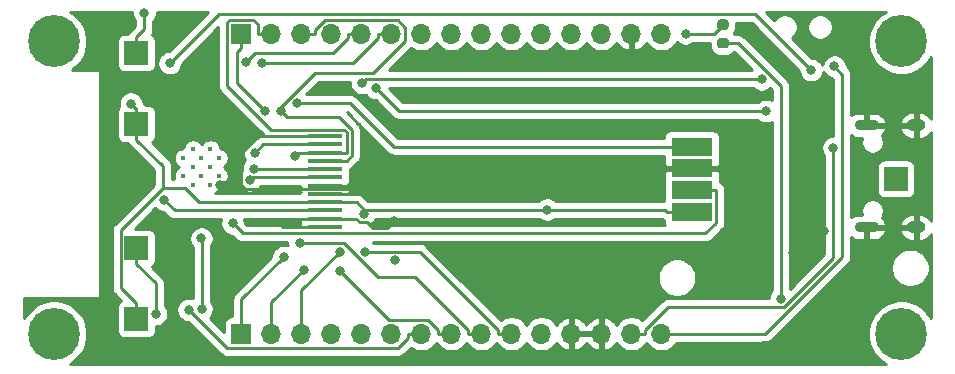
<source format=gbr>
%TF.GenerationSoftware,KiCad,Pcbnew,(5.1.12)-1*%
%TF.CreationDate,2022-11-12T21:15:41+01:00*%
%TF.ProjectId,NewmorphS3,4e65776d-6f72-4706-9853-332e6b696361,rev?*%
%TF.SameCoordinates,Original*%
%TF.FileFunction,Copper,L1,Top*%
%TF.FilePolarity,Positive*%
%FSLAX46Y46*%
G04 Gerber Fmt 4.6, Leading zero omitted, Abs format (unit mm)*
G04 Created by KiCad (PCBNEW (5.1.12)-1) date 2022-11-12 21:15:41*
%MOMM*%
%LPD*%
G01*
G04 APERTURE LIST*
%TA.AperFunction,SMDPad,CuDef*%
%ADD10R,3.000000X0.350000*%
%TD*%
%TA.AperFunction,ComponentPad*%
%ADD11O,1.600000X1.000000*%
%TD*%
%TA.AperFunction,ComponentPad*%
%ADD12O,2.100000X0.900000*%
%TD*%
%TA.AperFunction,ComponentPad*%
%ADD13C,0.400000*%
%TD*%
%TA.AperFunction,SMDPad,CuDef*%
%ADD14R,3.500000X1.524000*%
%TD*%
%TA.AperFunction,SMDPad,CuDef*%
%ADD15R,2.000000X2.000000*%
%TD*%
%TA.AperFunction,ComponentPad*%
%ADD16R,1.700000X1.700000*%
%TD*%
%TA.AperFunction,ComponentPad*%
%ADD17O,1.700000X1.700000*%
%TD*%
%TA.AperFunction,ComponentPad*%
%ADD18C,0.700000*%
%TD*%
%TA.AperFunction,ComponentPad*%
%ADD19C,4.400000*%
%TD*%
%TA.AperFunction,ViaPad*%
%ADD20C,0.800000*%
%TD*%
%TA.AperFunction,Conductor*%
%ADD21C,0.250000*%
%TD*%
%TA.AperFunction,Conductor*%
%ADD22C,0.254000*%
%TD*%
%TA.AperFunction,Conductor*%
%ADD23C,0.100000*%
%TD*%
G04 APERTURE END LIST*
D10*
%TO.P,U106,12*%
%TO.N,GND*%
X73124000Y-74693800D03*
%TO.P,U106,11*%
%TO.N,/DisplRST*%
X73124000Y-75393800D03*
%TO.P,U106,10*%
%TO.N,/MOSI*%
X73124000Y-76093800D03*
%TO.P,U106,9*%
%TO.N,/SCK*%
X73124000Y-76793800D03*
%TO.P,U106,8*%
%TO.N,/Display_CS*%
X73124000Y-77493800D03*
%TO.P,U106,7*%
%TO.N,/DisplayDC*%
X73124000Y-78193800D03*
%TO.P,U106,6*%
%TO.N,GND*%
X73124000Y-78893800D03*
%TO.P,U106,5*%
X73124000Y-79593800D03*
%TO.P,U106,4*%
%TO.N,+3V3*%
X73124000Y-80293800D03*
%TO.P,U106,3*%
%TO.N,/LEDA*%
X73124000Y-80993800D03*
%TO.P,U106,2*%
%TO.N,GND*%
X73124000Y-81693800D03*
%TO.P,U106,1*%
X73124000Y-82393800D03*
%TD*%
%TO.P,D102,1*%
%TO.N,Net-(D102-Pad1)*%
%TA.AperFunction,SMDPad,CuDef*%
G36*
G01*
X107063250Y-67265000D02*
X106550750Y-67265000D01*
G75*
G02*
X106332000Y-67046250I0J218750D01*
G01*
X106332000Y-66608750D01*
G75*
G02*
X106550750Y-66390000I218750J0D01*
G01*
X107063250Y-66390000D01*
G75*
G02*
X107282000Y-66608750I0J-218750D01*
G01*
X107282000Y-67046250D01*
G75*
G02*
X107063250Y-67265000I-218750J0D01*
G01*
G37*
%TD.AperFunction*%
%TO.P,D102,2*%
%TO.N,Net-(D102-Pad2)*%
%TA.AperFunction,SMDPad,CuDef*%
G36*
G01*
X107063250Y-65690000D02*
X106550750Y-65690000D01*
G75*
G02*
X106332000Y-65471250I0J218750D01*
G01*
X106332000Y-65033750D01*
G75*
G02*
X106550750Y-64815000I218750J0D01*
G01*
X107063250Y-64815000D01*
G75*
G02*
X107282000Y-65033750I0J-218750D01*
G01*
X107282000Y-65471250D01*
G75*
G02*
X107063250Y-65690000I-218750J0D01*
G01*
G37*
%TD.AperFunction*%
%TD*%
D11*
%TO.P,J101,S1*%
%TO.N,GND*%
X123155000Y-73785000D03*
X123155000Y-82425000D03*
D12*
X118975000Y-73785000D03*
X118975000Y-82425000D03*
%TD*%
D13*
%TO.P,U103,*%
%TO.N,*%
X62599000Y-78086000D03*
X64123000Y-76562000D03*
X63411800Y-77273200D03*
X64123000Y-78035200D03*
X61125800Y-76562000D03*
X62649800Y-76562000D03*
X63411800Y-75800000D03*
X61125800Y-78086000D03*
X61938600Y-75800000D03*
X61938600Y-77324000D03*
X61938600Y-78797200D03*
X63411800Y-78797200D03*
%TD*%
D14*
%TO.P,U105,1*%
%TO.N,/JoyX*%
X104170000Y-75580000D03*
%TO.P,U105,2*%
%TO.N,GND*%
X104170000Y-77430000D03*
%TO.P,U105,3*%
%TO.N,/JoyY*%
X104170000Y-79255000D03*
%TO.P,U105,4*%
%TO.N,+3V3*%
X104170000Y-81105000D03*
D15*
%TO.P,U105,*%
%TO.N,*%
X121470000Y-78305000D03*
%TD*%
D16*
%TO.P,J103,1*%
%TO.N,/MISO*%
X66040000Y-66040000D03*
D17*
%TO.P,J103,2*%
%TO.N,/MOSI*%
X68580000Y-66040000D03*
%TO.P,J103,3*%
%TO.N,/SCK*%
X71120000Y-66040000D03*
%TO.P,J103,4*%
%TO.N,/IO15*%
X73660000Y-66040000D03*
%TO.P,J103,5*%
%TO.N,/IO16*%
X76200000Y-66040000D03*
%TO.P,J103,6*%
%TO.N,/IO17*%
X78740000Y-66040000D03*
%TO.P,J103,7*%
%TO.N,/IO18*%
X81280000Y-66040000D03*
%TO.P,J103,8*%
%TO.N,/IO8*%
X83820000Y-66040000D03*
%TO.P,J103,9*%
%TO.N,/IO9*%
X86360000Y-66040000D03*
%TO.P,J103,10*%
%TO.N,/IO10*%
X88900000Y-66040000D03*
%TO.P,J103,11*%
%TO.N,/IO11*%
X91440000Y-66040000D03*
%TO.P,J103,12*%
%TO.N,/IO12*%
X93980000Y-66040000D03*
%TO.P,J103,13*%
%TO.N,/IO13*%
X96520000Y-66040000D03*
%TO.P,J103,14*%
%TO.N,GND*%
X99060000Y-66040000D03*
%TO.P,J103,15*%
%TO.N,+3V3*%
X101600000Y-66040000D03*
%TD*%
%TO.P,J104,15*%
%TO.N,/VBAT*%
X101600000Y-91440000D03*
%TO.P,J104,14*%
%TO.N,/VUSB*%
X99060000Y-91440000D03*
%TO.P,J104,13*%
%TO.N,GND*%
X96520000Y-91440000D03*
%TO.P,J104,12*%
X93980000Y-91440000D03*
%TO.P,J104,11*%
%TO.N,+3V3*%
X91440000Y-91440000D03*
%TO.P,J104,10*%
%TO.N,/IO48*%
X88900000Y-91440000D03*
%TO.P,J104,9*%
%TO.N,/IO46*%
X86360000Y-91440000D03*
%TO.P,J104,8*%
%TO.N,/IO45*%
X83820000Y-91440000D03*
%TO.P,J104,7*%
%TO.N,/IO42*%
X81280000Y-91440000D03*
%TO.P,J104,6*%
%TO.N,/IO38*%
X78740000Y-91440000D03*
%TO.P,J104,5*%
%TO.N,/RXD*%
X76200000Y-91440000D03*
%TO.P,J104,4*%
%TO.N,/TXD*%
X73660000Y-91440000D03*
%TO.P,J104,3*%
%TO.N,/IO21*%
X71120000Y-91440000D03*
%TO.P,J104,2*%
%TO.N,/IO14*%
X68580000Y-91440000D03*
D16*
%TO.P,J104,1*%
%TO.N,/IO3*%
X66040000Y-91440000D03*
%TD*%
D15*
%TO.P,SW103,2*%
%TO.N,Net-(R108-Pad2)*%
X57150000Y-67660000D03*
%TO.P,SW103,1*%
%TO.N,+3V3*%
X57150000Y-73660000D03*
%TD*%
%TO.P,SW104,1*%
%TO.N,+3V3*%
X57150000Y-90185000D03*
%TO.P,SW104,2*%
%TO.N,Net-(R110-Pad2)*%
X57150000Y-84185000D03*
%TD*%
D18*
%TO.P,H101,1*%
%TO.N,N/C*%
X123086726Y-65508274D03*
X121920000Y-65025000D03*
X120753274Y-65508274D03*
X120270000Y-66675000D03*
X120753274Y-67841726D03*
X121920000Y-68325000D03*
X123086726Y-67841726D03*
X123570000Y-66675000D03*
D19*
X121920000Y-66675000D03*
%TD*%
%TO.P,H102,1*%
%TO.N,N/C*%
X121920000Y-91440000D03*
D18*
X123570000Y-91440000D03*
X123086726Y-92606726D03*
X121920000Y-93090000D03*
X120753274Y-92606726D03*
X120270000Y-91440000D03*
X120753274Y-90273274D03*
X121920000Y-89790000D03*
X123086726Y-90273274D03*
%TD*%
%TO.P,H103,1*%
%TO.N,N/C*%
X51331726Y-65508274D03*
X50165000Y-65025000D03*
X48998274Y-65508274D03*
X48515000Y-66675000D03*
X48998274Y-67841726D03*
X50165000Y-68325000D03*
X51331726Y-67841726D03*
X51815000Y-66675000D03*
D19*
X50165000Y-66675000D03*
%TD*%
%TO.P,H104,1*%
%TO.N,N/C*%
X50165000Y-91440000D03*
D18*
X51815000Y-91440000D03*
X51331726Y-92606726D03*
X50165000Y-93090000D03*
X48998274Y-92606726D03*
X48515000Y-91440000D03*
X48998274Y-90273274D03*
X50165000Y-89790000D03*
X51331726Y-90273274D03*
%TD*%
D20*
%TO.N,GND*%
X118100000Y-92175000D03*
X111900000Y-92100000D03*
X113975000Y-91450000D03*
X123725000Y-71375000D03*
%TO.N,/VUSB*%
X116163700Y-75697100D03*
%TO.N,GND*%
X120675000Y-72125000D03*
X119250000Y-68775000D03*
X113400000Y-78050000D03*
X121050000Y-80850000D03*
X115400000Y-82750000D03*
X112775000Y-84600000D03*
X109625000Y-92650000D03*
X78975000Y-81850000D03*
X83975000Y-79500000D03*
X64213920Y-78830018D03*
X95550000Y-86000000D03*
X101050000Y-73700000D03*
X92475000Y-71275000D03*
X79075000Y-85150000D03*
X83250000Y-84450000D03*
%TO.N,/VBAT*%
X116234900Y-68795600D03*
%TO.N,Net-(D102-Pad1)*%
X111701900Y-88464700D03*
%TO.N,Net-(D102-Pad2)*%
X103649100Y-66017900D03*
%TO.N,/IO16*%
X66398300Y-68462500D03*
%TO.N,/IO17*%
X67773100Y-68509200D03*
%TO.N,+3V3*%
X76418200Y-81280800D03*
X91916000Y-80913300D03*
X56678300Y-71944300D03*
%TO.N,/IO48*%
X76479800Y-84469600D03*
%TO.N,/IO46*%
X70965100Y-83758800D03*
%TO.N,/IO45*%
X74384700Y-86120300D03*
%TO.N,/IO42*%
X61572800Y-89410600D03*
%TO.N,/IO14*%
X71326300Y-86004600D03*
%TO.N,ChkBat*%
X59965400Y-68517000D03*
X114285100Y-69107900D03*
%TO.N,Net-(R108-Pad2)*%
X57819100Y-64283100D03*
%TO.N,Net-(R110-Pad2)*%
X58798000Y-89738700D03*
%TO.N,/BUTT2*%
X62660600Y-89314200D03*
X62640300Y-83358000D03*
%TO.N,/D-*%
X110467000Y-72576300D03*
X77433600Y-70623800D03*
%TO.N,/D+*%
X110080100Y-69894100D03*
X76254800Y-70199700D03*
%TO.N,/LEDA*%
X59470400Y-80078100D03*
%TO.N,/DisplRST*%
X67173200Y-76092200D03*
%TO.N,/Display_CS*%
X67093900Y-77441500D03*
%TO.N,/DisplayDC*%
X66750700Y-78449400D03*
%TO.N,/JoyX*%
X70752000Y-71906800D03*
%TO.N,/JoyY*%
X65284200Y-82080100D03*
%TO.N,/MISO*%
X68004900Y-72551700D03*
%TO.N,/MOSI*%
X70611000Y-76417600D03*
%TO.N,/SCK*%
X69391900Y-72589300D03*
%TO.N,/IO3*%
X69617400Y-84934400D03*
%TO.N,/IO21*%
X74347200Y-84469600D03*
%TD*%
D21*
%TO.N,/VUSB*%
X100235300Y-91440000D02*
X100235300Y-91072600D01*
X100235300Y-91072600D02*
X102117900Y-89190000D01*
X102117900Y-89190000D02*
X112002400Y-89190000D01*
X112002400Y-89190000D02*
X116163700Y-85028700D01*
X116163700Y-85028700D02*
X116163700Y-75697100D01*
X99060000Y-91440000D02*
X100235300Y-91440000D01*
%TO.N,GND*%
X110175000Y-92100000D02*
X109625000Y-92650000D01*
X111900000Y-92100000D02*
X110175000Y-92100000D01*
X73124000Y-82393800D02*
X69531200Y-82393800D01*
X69531200Y-82393800D02*
X69325000Y-82187600D01*
X69325000Y-82187600D02*
X69325000Y-81975000D01*
X69606200Y-81693800D02*
X73124000Y-81693800D01*
X69325000Y-81975000D02*
X69606200Y-81693800D01*
X76070199Y-82005801D02*
X76694199Y-82005801D01*
X75758198Y-81693800D02*
X76070199Y-82005801D01*
X73124000Y-81693800D02*
X75758198Y-81693800D01*
X78333310Y-82491690D02*
X78975000Y-81850000D01*
X77180088Y-82491690D02*
X78333310Y-82491690D01*
X76694199Y-82005801D02*
X77180088Y-82491690D01*
X83975000Y-79500000D02*
X76325000Y-79500000D01*
X76231200Y-79593800D02*
X73124000Y-79593800D01*
X76325000Y-79500000D02*
X76231200Y-79593800D01*
X76325000Y-79500000D02*
X76325000Y-79275000D01*
X76325000Y-79275000D02*
X75950000Y-78900000D01*
X73130200Y-78900000D02*
X73124000Y-78893800D01*
X75950000Y-78900000D02*
X73130200Y-78900000D01*
X67498598Y-74693800D02*
X73124000Y-74693800D01*
X66025699Y-76166699D02*
X67498598Y-74693800D01*
X75675599Y-79174401D02*
X66402699Y-79174401D01*
X66402699Y-79174401D02*
X66025699Y-78797401D01*
X75950000Y-78900000D02*
X75675599Y-79174401D01*
X64493239Y-78550699D02*
X64213920Y-78830018D01*
X66025699Y-78550699D02*
X64493239Y-78550699D01*
X66025699Y-78797401D02*
X66025699Y-78550699D01*
X66025699Y-78550699D02*
X66025699Y-76166699D01*
%TO.N,/VBAT*%
X101600000Y-91440000D02*
X110389300Y-91440000D01*
X110389300Y-91440000D02*
X116925300Y-84904000D01*
X116925300Y-84904000D02*
X116925300Y-69486000D01*
X116925300Y-69486000D02*
X116234900Y-68795600D01*
%TO.N,Net-(D102-Pad1)*%
X111701900Y-88464700D02*
X111701900Y-70461800D01*
X111701900Y-70461800D02*
X108067600Y-66827500D01*
X108067600Y-66827500D02*
X106807000Y-66827500D01*
%TO.N,Net-(D102-Pad2)*%
X103649100Y-66017900D02*
X106041600Y-66017900D01*
X106041600Y-66017900D02*
X106807000Y-65252500D01*
%TO.N,/IO16*%
X66398300Y-68462500D02*
X67195100Y-67665700D01*
X67195100Y-67665700D02*
X73766400Y-67665700D01*
X73766400Y-67665700D02*
X75024700Y-66407400D01*
X75024700Y-66407400D02*
X75024700Y-66040000D01*
X76200000Y-66040000D02*
X75024700Y-66040000D01*
%TO.N,/IO17*%
X78740000Y-66040000D02*
X77564700Y-66040000D01*
X77564700Y-66040000D02*
X77564700Y-66407300D01*
X77564700Y-66407300D02*
X75462800Y-68509200D01*
X75462800Y-68509200D02*
X67773100Y-68509200D01*
%TO.N,+3V3*%
X76418200Y-80913300D02*
X76418200Y-81280800D01*
X73124000Y-80293800D02*
X75798700Y-80293800D01*
X75798700Y-80293800D02*
X76418200Y-80913300D01*
X91916000Y-80913300D02*
X76418200Y-80913300D01*
X91916000Y-80913300D02*
X101903000Y-80913300D01*
X101903000Y-80913300D02*
X102094700Y-81105000D01*
X57150000Y-90185000D02*
X57150000Y-88859700D01*
X59375400Y-79119500D02*
X61284200Y-79119500D01*
X61284200Y-79119500D02*
X62458500Y-80293800D01*
X62458500Y-80293800D02*
X71298700Y-80293800D01*
X57150000Y-88859700D02*
X55819400Y-87529100D01*
X55819400Y-87529100D02*
X55819400Y-82675500D01*
X55819400Y-82675500D02*
X59375400Y-79119500D01*
X59375400Y-79119500D02*
X59375400Y-77210700D01*
X59375400Y-77210700D02*
X57150000Y-74985300D01*
X57150000Y-73660000D02*
X57150000Y-74985300D01*
X73124000Y-80293800D02*
X71298700Y-80293800D01*
X104170000Y-81105000D02*
X102094700Y-81105000D01*
X57150000Y-73660000D02*
X57150000Y-72334700D01*
X56678300Y-71944300D02*
X57068700Y-72334700D01*
X57068700Y-72334700D02*
X57150000Y-72334700D01*
%TO.N,/IO48*%
X88900000Y-91440000D02*
X87724700Y-91440000D01*
X87724700Y-91440000D02*
X87724700Y-91072700D01*
X87724700Y-91072700D02*
X81121600Y-84469600D01*
X81121600Y-84469600D02*
X76479800Y-84469600D01*
%TO.N,/IO46*%
X86360000Y-91440000D02*
X85184700Y-91440000D01*
X85184700Y-91440000D02*
X85184700Y-91072700D01*
X85184700Y-91072700D02*
X80753800Y-86641800D01*
X80753800Y-86641800D02*
X77617400Y-86641800D01*
X77617400Y-86641800D02*
X74719800Y-83744200D01*
X74719800Y-83744200D02*
X70979700Y-83744200D01*
X70979700Y-83744200D02*
X70965100Y-83758800D01*
%TO.N,/IO45*%
X83820000Y-91440000D02*
X82644700Y-91440000D01*
X82644700Y-91440000D02*
X82644700Y-91072600D01*
X82644700Y-91072600D02*
X81836800Y-90264700D01*
X81836800Y-90264700D02*
X78529100Y-90264700D01*
X78529100Y-90264700D02*
X74384700Y-86120300D01*
%TO.N,/IO42*%
X81280000Y-91440000D02*
X80104700Y-91440000D01*
X80104700Y-91440000D02*
X80104700Y-91807300D01*
X80104700Y-91807300D02*
X79296600Y-92615400D01*
X79296600Y-92615400D02*
X64777600Y-92615400D01*
X64777600Y-92615400D02*
X61572800Y-89410600D01*
%TO.N,/IO14*%
X68580000Y-90264700D02*
X68580000Y-88750900D01*
X68580000Y-88750900D02*
X71326300Y-86004600D01*
X68580000Y-91440000D02*
X68580000Y-90264700D01*
%TO.N,ChkBat*%
X114285100Y-69107900D02*
X109547200Y-64370000D01*
X109547200Y-64370000D02*
X64112400Y-64370000D01*
X64112400Y-64370000D02*
X59965400Y-68517000D01*
%TO.N,Net-(R108-Pad2)*%
X57150000Y-67660000D02*
X57150000Y-66334700D01*
X57150000Y-66334700D02*
X57819100Y-65665600D01*
X57819100Y-65665600D02*
X57819100Y-64283100D01*
%TO.N,Net-(R110-Pad2)*%
X57150000Y-84185000D02*
X57150000Y-85510300D01*
X57150000Y-85510300D02*
X58798000Y-87158300D01*
X58798000Y-87158300D02*
X58798000Y-89738700D01*
%TO.N,/BUTT2*%
X62640300Y-83358000D02*
X62660600Y-83378300D01*
X62660600Y-83378300D02*
X62660600Y-89314200D01*
%TO.N,/D-*%
X77433600Y-70623800D02*
X79386100Y-72576300D01*
X79386100Y-72576300D02*
X110467000Y-72576300D01*
%TO.N,/D+*%
X110080100Y-69894100D02*
X76560400Y-69894100D01*
X76560400Y-69894100D02*
X76254800Y-70199700D01*
%TO.N,/LEDA*%
X73124000Y-80993800D02*
X71298700Y-80993800D01*
X59470400Y-80078100D02*
X60386100Y-80993800D01*
X60386100Y-80993800D02*
X71298700Y-80993800D01*
%TO.N,/DisplRST*%
X67173200Y-76092200D02*
X67871600Y-75393800D01*
X67871600Y-75393800D02*
X73124000Y-75393800D01*
%TO.N,/Display_CS*%
X73124000Y-77493800D02*
X71298700Y-77493800D01*
X67093900Y-77441500D02*
X71246400Y-77441500D01*
X71246400Y-77441500D02*
X71298700Y-77493800D01*
%TO.N,/DisplayDC*%
X66750700Y-78449400D02*
X67006300Y-78193800D01*
X67006300Y-78193800D02*
X73124000Y-78193800D01*
%TO.N,/JoyX*%
X104170000Y-75580000D02*
X78941300Y-75580000D01*
X78941300Y-75580000D02*
X75268100Y-71906800D01*
X75268100Y-71906800D02*
X70752000Y-71906800D01*
%TO.N,/JoyY*%
X104170000Y-79255000D02*
X106245300Y-79255000D01*
X106245300Y-79255000D02*
X106245300Y-82011700D01*
X106245300Y-82011700D02*
X105315300Y-82941700D01*
X105315300Y-82941700D02*
X66145800Y-82941700D01*
X66145800Y-82941700D02*
X65284200Y-82080100D01*
%TO.N,/MISO*%
X68004900Y-72551700D02*
X65639500Y-70186300D01*
X65639500Y-70186300D02*
X65639500Y-67615800D01*
X65639500Y-67615800D02*
X66040000Y-67215300D01*
X66040000Y-66040000D02*
X66040000Y-67215300D01*
%TO.N,/MOSI*%
X73124000Y-76093800D02*
X74949300Y-76093800D01*
X74949300Y-76093800D02*
X74949300Y-74384000D01*
X74949300Y-74384000D02*
X74758800Y-74193500D01*
X74758800Y-74193500D02*
X68579300Y-74193500D01*
X68579300Y-74193500D02*
X64837200Y-70451400D01*
X64837200Y-70451400D02*
X64837200Y-65069800D01*
X64837200Y-65069800D02*
X65042400Y-64864600D01*
X65042400Y-64864600D02*
X67037300Y-64864600D01*
X67037300Y-64864600D02*
X67404700Y-65232000D01*
X67404700Y-65232000D02*
X67404700Y-66040000D01*
X70611000Y-76417600D02*
X70934800Y-76093800D01*
X70934800Y-76093800D02*
X73124000Y-76093800D01*
X68580000Y-66040000D02*
X67404700Y-66040000D01*
%TO.N,/SCK*%
X71120000Y-66040000D02*
X72295300Y-66040000D01*
X72295300Y-66040000D02*
X72295300Y-65672700D01*
X72295300Y-65672700D02*
X73118800Y-64849200D01*
X73118800Y-64849200D02*
X79257900Y-64849200D01*
X79257900Y-64849200D02*
X79916000Y-65507300D01*
X79916000Y-65507300D02*
X79916000Y-66633600D01*
X79916000Y-66633600D02*
X77211000Y-69338600D01*
X77211000Y-69338600D02*
X72261300Y-69338600D01*
X72261300Y-69338600D02*
X69391900Y-72208000D01*
X69391900Y-72208000D02*
X69391900Y-72589300D01*
X69391900Y-72589300D02*
X69896600Y-73094000D01*
X69896600Y-73094000D02*
X74300200Y-73094000D01*
X74300200Y-73094000D02*
X75412700Y-74206500D01*
X75412700Y-74206500D02*
X75412700Y-76330400D01*
X75412700Y-76330400D02*
X74949300Y-76793800D01*
X73124000Y-76793800D02*
X74949300Y-76793800D01*
%TO.N,/IO3*%
X66040000Y-91440000D02*
X66040000Y-88511800D01*
X66040000Y-88511800D02*
X69617400Y-84934400D01*
%TO.N,/IO21*%
X71120000Y-91440000D02*
X71120000Y-90264700D01*
X71120000Y-90264700D02*
X71120000Y-87696800D01*
X71120000Y-87696800D02*
X74347200Y-84469600D01*
%TD*%
D22*
%TO.N,GND*%
X56784100Y-64181161D02*
X56784100Y-64385039D01*
X56823874Y-64584998D01*
X56901895Y-64773356D01*
X57015163Y-64942874D01*
X57059100Y-64986811D01*
X57059100Y-65350798D01*
X56638998Y-65770901D01*
X56610000Y-65794699D01*
X56586202Y-65823697D01*
X56586201Y-65823698D01*
X56515026Y-65910424D01*
X56455425Y-66021928D01*
X56150000Y-66021928D01*
X56025518Y-66034188D01*
X55905820Y-66070498D01*
X55795506Y-66129463D01*
X55698815Y-66208815D01*
X55619463Y-66305506D01*
X55560498Y-66415820D01*
X55524188Y-66535518D01*
X55511928Y-66660000D01*
X55511928Y-68660000D01*
X55524188Y-68784482D01*
X55560498Y-68904180D01*
X55619463Y-69014494D01*
X55698815Y-69111185D01*
X55795506Y-69190537D01*
X55905820Y-69249502D01*
X56025518Y-69285812D01*
X56150000Y-69298072D01*
X58150000Y-69298072D01*
X58274482Y-69285812D01*
X58394180Y-69249502D01*
X58504494Y-69190537D01*
X58601185Y-69111185D01*
X58680537Y-69014494D01*
X58739502Y-68904180D01*
X58775812Y-68784482D01*
X58788072Y-68660000D01*
X58788072Y-66660000D01*
X58775812Y-66535518D01*
X58739502Y-66415820D01*
X58680537Y-66305506D01*
X58601185Y-66208815D01*
X58504494Y-66129463D01*
X58446866Y-66098659D01*
X58454074Y-66089876D01*
X58524646Y-65957847D01*
X58568103Y-65814586D01*
X58579100Y-65702933D01*
X58579100Y-65702924D01*
X58582776Y-65665601D01*
X58579100Y-65628278D01*
X58579100Y-64986811D01*
X58623037Y-64942874D01*
X58736305Y-64773356D01*
X58814326Y-64584998D01*
X58854100Y-64385039D01*
X58854100Y-64181161D01*
X58849891Y-64160000D01*
X63247598Y-64160000D01*
X59925599Y-67482000D01*
X59863461Y-67482000D01*
X59663502Y-67521774D01*
X59475144Y-67599795D01*
X59305626Y-67713063D01*
X59161463Y-67857226D01*
X59048195Y-68026744D01*
X58970174Y-68215102D01*
X58930400Y-68415061D01*
X58930400Y-68618939D01*
X58970174Y-68818898D01*
X59048195Y-69007256D01*
X59161463Y-69176774D01*
X59305626Y-69320937D01*
X59475144Y-69434205D01*
X59663502Y-69512226D01*
X59863461Y-69552000D01*
X60067339Y-69552000D01*
X60267298Y-69512226D01*
X60455656Y-69434205D01*
X60625174Y-69320937D01*
X60769337Y-69176774D01*
X60882605Y-69007256D01*
X60960626Y-68818898D01*
X61000400Y-68618939D01*
X61000400Y-68556801D01*
X64077201Y-65480001D01*
X64077200Y-70414077D01*
X64073524Y-70451400D01*
X64077200Y-70488722D01*
X64077200Y-70488732D01*
X64088197Y-70600385D01*
X64115368Y-70689956D01*
X64131654Y-70743646D01*
X64202226Y-70875676D01*
X64215497Y-70891846D01*
X64297199Y-70991401D01*
X64326203Y-71015204D01*
X67944798Y-74633800D01*
X67908925Y-74633800D01*
X67871600Y-74630124D01*
X67834275Y-74633800D01*
X67834267Y-74633800D01*
X67722614Y-74644797D01*
X67579353Y-74688254D01*
X67447324Y-74758826D01*
X67331599Y-74853799D01*
X67307801Y-74882798D01*
X67133398Y-75057200D01*
X67071261Y-75057200D01*
X66871302Y-75096974D01*
X66682944Y-75174995D01*
X66513426Y-75288263D01*
X66369263Y-75432426D01*
X66255995Y-75601944D01*
X66177974Y-75790302D01*
X66138200Y-75990261D01*
X66138200Y-76194139D01*
X66177974Y-76394098D01*
X66255995Y-76582456D01*
X66349417Y-76722272D01*
X66289963Y-76781726D01*
X66176695Y-76951244D01*
X66098674Y-77139602D01*
X66058900Y-77339561D01*
X66058900Y-77543439D01*
X66081140Y-77655249D01*
X65946763Y-77789626D01*
X65833495Y-77959144D01*
X65755474Y-78147502D01*
X65715700Y-78347461D01*
X65715700Y-78551339D01*
X65755474Y-78751298D01*
X65833495Y-78939656D01*
X65946763Y-79109174D01*
X66090926Y-79253337D01*
X66260444Y-79366605D01*
X66448802Y-79444626D01*
X66648761Y-79484400D01*
X66852639Y-79484400D01*
X67052598Y-79444626D01*
X67240956Y-79366605D01*
X67410474Y-79253337D01*
X67554637Y-79109174D01*
X67658454Y-78953800D01*
X70989000Y-78953800D01*
X70989000Y-79020802D01*
X71068748Y-79020802D01*
X70989000Y-79100550D01*
X70999299Y-79198743D01*
X71013398Y-79243800D01*
X70999299Y-79288857D01*
X70989000Y-79387050D01*
X71068748Y-79466798D01*
X70989000Y-79466798D01*
X70989000Y-79533800D01*
X63812360Y-79533800D01*
X63944081Y-79445787D01*
X64060387Y-79329481D01*
X64151767Y-79192721D01*
X64214711Y-79040760D01*
X64246800Y-78879440D01*
X64246800Y-78861933D01*
X64366560Y-78838111D01*
X64518521Y-78775167D01*
X64655281Y-78683787D01*
X64771587Y-78567481D01*
X64862967Y-78430721D01*
X64925911Y-78278760D01*
X64958000Y-78117440D01*
X64958000Y-77952960D01*
X64925911Y-77791640D01*
X64862967Y-77639679D01*
X64771587Y-77502919D01*
X64655281Y-77386613D01*
X64523560Y-77298600D01*
X64655281Y-77210587D01*
X64771587Y-77094281D01*
X64862967Y-76957521D01*
X64925911Y-76805560D01*
X64958000Y-76644240D01*
X64958000Y-76479760D01*
X64925911Y-76318440D01*
X64862967Y-76166479D01*
X64771587Y-76029719D01*
X64655281Y-75913413D01*
X64518521Y-75822033D01*
X64366560Y-75759089D01*
X64246800Y-75735267D01*
X64246800Y-75717760D01*
X64214711Y-75556440D01*
X64151767Y-75404479D01*
X64060387Y-75267719D01*
X63944081Y-75151413D01*
X63807321Y-75060033D01*
X63655360Y-74997089D01*
X63494040Y-74965000D01*
X63329560Y-74965000D01*
X63168240Y-74997089D01*
X63016279Y-75060033D01*
X62879519Y-75151413D01*
X62763213Y-75267719D01*
X62675200Y-75399440D01*
X62587187Y-75267719D01*
X62470881Y-75151413D01*
X62334121Y-75060033D01*
X62182160Y-74997089D01*
X62020840Y-74965000D01*
X61856360Y-74965000D01*
X61695040Y-74997089D01*
X61543079Y-75060033D01*
X61406319Y-75151413D01*
X61290013Y-75267719D01*
X61198633Y-75404479D01*
X61135689Y-75556440D01*
X61103600Y-75717760D01*
X61103600Y-75727000D01*
X61043560Y-75727000D01*
X60882240Y-75759089D01*
X60730279Y-75822033D01*
X60593519Y-75913413D01*
X60477213Y-76029719D01*
X60385833Y-76166479D01*
X60322889Y-76318440D01*
X60290800Y-76479760D01*
X60290800Y-76644240D01*
X60322889Y-76805560D01*
X60385833Y-76957521D01*
X60477213Y-77094281D01*
X60593519Y-77210587D01*
X60730279Y-77301967D01*
X60783472Y-77324000D01*
X60730279Y-77346033D01*
X60593519Y-77437413D01*
X60477213Y-77553719D01*
X60385833Y-77690479D01*
X60322889Y-77842440D01*
X60290800Y-78003760D01*
X60290800Y-78168240D01*
X60322889Y-78329560D01*
X60335290Y-78359500D01*
X60135400Y-78359500D01*
X60135400Y-77248023D01*
X60139076Y-77210700D01*
X60135400Y-77173377D01*
X60135400Y-77173367D01*
X60124403Y-77061714D01*
X60080946Y-76918453D01*
X60010374Y-76786424D01*
X59915401Y-76670699D01*
X59886403Y-76646901D01*
X58455974Y-75216472D01*
X58504494Y-75190537D01*
X58601185Y-75111185D01*
X58680537Y-75014494D01*
X58739502Y-74904180D01*
X58775812Y-74784482D01*
X58788072Y-74660000D01*
X58788072Y-72660000D01*
X58775812Y-72535518D01*
X58739502Y-72415820D01*
X58680537Y-72305506D01*
X58601185Y-72208815D01*
X58504494Y-72129463D01*
X58394180Y-72070498D01*
X58274482Y-72034188D01*
X58150000Y-72021928D01*
X57844575Y-72021928D01*
X57784974Y-71910424D01*
X57708240Y-71816924D01*
X57673526Y-71642402D01*
X57595505Y-71454044D01*
X57482237Y-71284526D01*
X57338074Y-71140363D01*
X57168556Y-71027095D01*
X56980198Y-70949074D01*
X56780239Y-70909300D01*
X56576361Y-70909300D01*
X56376402Y-70949074D01*
X56188044Y-71027095D01*
X56018526Y-71140363D01*
X55874363Y-71284526D01*
X55761095Y-71454044D01*
X55683074Y-71642402D01*
X55643300Y-71842361D01*
X55643300Y-72046239D01*
X55680160Y-72231547D01*
X55619463Y-72305506D01*
X55560498Y-72415820D01*
X55524188Y-72535518D01*
X55511928Y-72660000D01*
X55511928Y-74660000D01*
X55524188Y-74784482D01*
X55560498Y-74904180D01*
X55619463Y-75014494D01*
X55698815Y-75111185D01*
X55795506Y-75190537D01*
X55905820Y-75249502D01*
X56025518Y-75285812D01*
X56150000Y-75298072D01*
X56455425Y-75298072D01*
X56515026Y-75409576D01*
X56586201Y-75496302D01*
X56610000Y-75525301D01*
X56638998Y-75549099D01*
X58615401Y-77525503D01*
X58615400Y-78804697D01*
X55308398Y-82111701D01*
X55279400Y-82135499D01*
X55255602Y-82164497D01*
X55255601Y-82164498D01*
X55184426Y-82251224D01*
X55113854Y-82383254D01*
X55090449Y-82460412D01*
X55073156Y-82517424D01*
X55070398Y-82526515D01*
X55055724Y-82675500D01*
X55059401Y-82712832D01*
X55059400Y-87491777D01*
X55055724Y-87529100D01*
X55059400Y-87566422D01*
X55059400Y-87566432D01*
X55070397Y-87678085D01*
X55096094Y-87762797D01*
X55113854Y-87821346D01*
X55184426Y-87953376D01*
X55212204Y-87987223D01*
X55279399Y-88069101D01*
X55308403Y-88092904D01*
X55844026Y-88628528D01*
X55795506Y-88654463D01*
X55698815Y-88733815D01*
X55619463Y-88830506D01*
X55560498Y-88940820D01*
X55524188Y-89060518D01*
X55511928Y-89185000D01*
X55511928Y-91185000D01*
X55524188Y-91309482D01*
X55560498Y-91429180D01*
X55619463Y-91539494D01*
X55698815Y-91636185D01*
X55795506Y-91715537D01*
X55905820Y-91774502D01*
X56025518Y-91810812D01*
X56150000Y-91823072D01*
X58150000Y-91823072D01*
X58274482Y-91810812D01*
X58394180Y-91774502D01*
X58504494Y-91715537D01*
X58601185Y-91636185D01*
X58680537Y-91539494D01*
X58739502Y-91429180D01*
X58775812Y-91309482D01*
X58788072Y-91185000D01*
X58788072Y-90773700D01*
X58899939Y-90773700D01*
X59099898Y-90733926D01*
X59288256Y-90655905D01*
X59457774Y-90542637D01*
X59601937Y-90398474D01*
X59715205Y-90228956D01*
X59793226Y-90040598D01*
X59833000Y-89840639D01*
X59833000Y-89636761D01*
X59793226Y-89436802D01*
X59715205Y-89248444D01*
X59601937Y-89078926D01*
X59558000Y-89034989D01*
X59558000Y-87195623D01*
X59561676Y-87158300D01*
X59558000Y-87120977D01*
X59558000Y-87120967D01*
X59547003Y-87009314D01*
X59503546Y-86866053D01*
X59490172Y-86841033D01*
X59432974Y-86734023D01*
X59361799Y-86647297D01*
X59338001Y-86618299D01*
X59309004Y-86594502D01*
X58455974Y-85741472D01*
X58504494Y-85715537D01*
X58601185Y-85636185D01*
X58680537Y-85539494D01*
X58739502Y-85429180D01*
X58775812Y-85309482D01*
X58788072Y-85185000D01*
X58788072Y-83185000D01*
X58775812Y-83060518D01*
X58739502Y-82940820D01*
X58680537Y-82830506D01*
X58601185Y-82733815D01*
X58504494Y-82654463D01*
X58394180Y-82595498D01*
X58274482Y-82559188D01*
X58150000Y-82546928D01*
X57022773Y-82546928D01*
X58749146Y-80820557D01*
X58810626Y-80882037D01*
X58980144Y-80995305D01*
X59168502Y-81073326D01*
X59368461Y-81113100D01*
X59430598Y-81113100D01*
X59822301Y-81504803D01*
X59846099Y-81533801D01*
X59961824Y-81628774D01*
X60093853Y-81699346D01*
X60237114Y-81742803D01*
X60348767Y-81753800D01*
X60348776Y-81753800D01*
X60386099Y-81757476D01*
X60423422Y-81753800D01*
X64299082Y-81753800D01*
X64288974Y-81778202D01*
X64249200Y-81978161D01*
X64249200Y-82182039D01*
X64288974Y-82381998D01*
X64366995Y-82570356D01*
X64480263Y-82739874D01*
X64624426Y-82884037D01*
X64793944Y-82997305D01*
X64982302Y-83075326D01*
X65182261Y-83115100D01*
X65244398Y-83115100D01*
X65582005Y-83452708D01*
X65605799Y-83481701D01*
X65634792Y-83505495D01*
X65634796Y-83505499D01*
X65689053Y-83550026D01*
X65721524Y-83576674D01*
X65853553Y-83647246D01*
X65996814Y-83690703D01*
X66108467Y-83701700D01*
X66108476Y-83701700D01*
X66145799Y-83705376D01*
X66183122Y-83701700D01*
X69930100Y-83701700D01*
X69930100Y-83860739D01*
X69948072Y-83951093D01*
X69919298Y-83939174D01*
X69719339Y-83899400D01*
X69515461Y-83899400D01*
X69315502Y-83939174D01*
X69127144Y-84017195D01*
X68957626Y-84130463D01*
X68813463Y-84274626D01*
X68700195Y-84444144D01*
X68622174Y-84632502D01*
X68582400Y-84832461D01*
X68582400Y-84894598D01*
X65528998Y-87948001D01*
X65500000Y-87971799D01*
X65476202Y-88000797D01*
X65476201Y-88000798D01*
X65405026Y-88087524D01*
X65334454Y-88219554D01*
X65313153Y-88289776D01*
X65290998Y-88362814D01*
X65281379Y-88460476D01*
X65276324Y-88511800D01*
X65280001Y-88549132D01*
X65280001Y-89951928D01*
X65190000Y-89951928D01*
X65065518Y-89964188D01*
X64945820Y-90000498D01*
X64835506Y-90059463D01*
X64738815Y-90138815D01*
X64659463Y-90235506D01*
X64600498Y-90345820D01*
X64564188Y-90465518D01*
X64551928Y-90590000D01*
X64551928Y-91314926D01*
X63337756Y-90100755D01*
X63464537Y-89973974D01*
X63577805Y-89804456D01*
X63655826Y-89616098D01*
X63695600Y-89416139D01*
X63695600Y-89212261D01*
X63655826Y-89012302D01*
X63577805Y-88823944D01*
X63464537Y-88654426D01*
X63420600Y-88610489D01*
X63420600Y-84041411D01*
X63444237Y-84017774D01*
X63557505Y-83848256D01*
X63635526Y-83659898D01*
X63675300Y-83459939D01*
X63675300Y-83256061D01*
X63635526Y-83056102D01*
X63557505Y-82867744D01*
X63444237Y-82698226D01*
X63300074Y-82554063D01*
X63130556Y-82440795D01*
X62942198Y-82362774D01*
X62742239Y-82323000D01*
X62538361Y-82323000D01*
X62338402Y-82362774D01*
X62150044Y-82440795D01*
X61980526Y-82554063D01*
X61836363Y-82698226D01*
X61723095Y-82867744D01*
X61645074Y-83056102D01*
X61605300Y-83256061D01*
X61605300Y-83459939D01*
X61645074Y-83659898D01*
X61723095Y-83848256D01*
X61836363Y-84017774D01*
X61900600Y-84082011D01*
X61900601Y-88426103D01*
X61874698Y-88415374D01*
X61674739Y-88375600D01*
X61470861Y-88375600D01*
X61270902Y-88415374D01*
X61082544Y-88493395D01*
X60913026Y-88606663D01*
X60768863Y-88750826D01*
X60655595Y-88920344D01*
X60577574Y-89108702D01*
X60537800Y-89308661D01*
X60537800Y-89512539D01*
X60577574Y-89712498D01*
X60655595Y-89900856D01*
X60768863Y-90070374D01*
X60913026Y-90214537D01*
X61082544Y-90327805D01*
X61270902Y-90405826D01*
X61470861Y-90445600D01*
X61532999Y-90445600D01*
X64213801Y-93126403D01*
X64237599Y-93155401D01*
X64266597Y-93179199D01*
X64353324Y-93250374D01*
X64485353Y-93320946D01*
X64628614Y-93364403D01*
X64777600Y-93379077D01*
X64814933Y-93375400D01*
X79259278Y-93375400D01*
X79296600Y-93379076D01*
X79333922Y-93375400D01*
X79333933Y-93375400D01*
X79445586Y-93364403D01*
X79588847Y-93320946D01*
X79720876Y-93250374D01*
X79836601Y-93155401D01*
X79860403Y-93126398D01*
X80369311Y-92617491D01*
X80576589Y-92755990D01*
X80846842Y-92867932D01*
X81133740Y-92925000D01*
X81426260Y-92925000D01*
X81713158Y-92867932D01*
X81983411Y-92755990D01*
X82226632Y-92593475D01*
X82433475Y-92386632D01*
X82550000Y-92212240D01*
X82666525Y-92386632D01*
X82873368Y-92593475D01*
X83116589Y-92755990D01*
X83386842Y-92867932D01*
X83673740Y-92925000D01*
X83966260Y-92925000D01*
X84253158Y-92867932D01*
X84523411Y-92755990D01*
X84766632Y-92593475D01*
X84973475Y-92386632D01*
X85090000Y-92212240D01*
X85206525Y-92386632D01*
X85413368Y-92593475D01*
X85656589Y-92755990D01*
X85926842Y-92867932D01*
X86213740Y-92925000D01*
X86506260Y-92925000D01*
X86793158Y-92867932D01*
X87063411Y-92755990D01*
X87306632Y-92593475D01*
X87513475Y-92386632D01*
X87630000Y-92212240D01*
X87746525Y-92386632D01*
X87953368Y-92593475D01*
X88196589Y-92755990D01*
X88466842Y-92867932D01*
X88753740Y-92925000D01*
X89046260Y-92925000D01*
X89333158Y-92867932D01*
X89603411Y-92755990D01*
X89846632Y-92593475D01*
X90053475Y-92386632D01*
X90170000Y-92212240D01*
X90286525Y-92386632D01*
X90493368Y-92593475D01*
X90736589Y-92755990D01*
X91006842Y-92867932D01*
X91293740Y-92925000D01*
X91586260Y-92925000D01*
X91873158Y-92867932D01*
X92143411Y-92755990D01*
X92386632Y-92593475D01*
X92593475Y-92386632D01*
X92715195Y-92204466D01*
X92784822Y-92321355D01*
X92979731Y-92537588D01*
X93213080Y-92711641D01*
X93475901Y-92836825D01*
X93623110Y-92881476D01*
X93853000Y-92760155D01*
X93853000Y-91567000D01*
X94107000Y-91567000D01*
X94107000Y-92760155D01*
X94336890Y-92881476D01*
X94484099Y-92836825D01*
X94746920Y-92711641D01*
X94980269Y-92537588D01*
X95175178Y-92321355D01*
X95250000Y-92195745D01*
X95324822Y-92321355D01*
X95519731Y-92537588D01*
X95753080Y-92711641D01*
X96015901Y-92836825D01*
X96163110Y-92881476D01*
X96393000Y-92760155D01*
X96393000Y-91567000D01*
X94107000Y-91567000D01*
X93853000Y-91567000D01*
X93833000Y-91567000D01*
X93833000Y-91313000D01*
X93853000Y-91313000D01*
X93853000Y-90119845D01*
X94107000Y-90119845D01*
X94107000Y-91313000D01*
X96393000Y-91313000D01*
X96393000Y-90119845D01*
X96163110Y-89998524D01*
X96015901Y-90043175D01*
X95753080Y-90168359D01*
X95519731Y-90342412D01*
X95324822Y-90558645D01*
X95250000Y-90684255D01*
X95175178Y-90558645D01*
X94980269Y-90342412D01*
X94746920Y-90168359D01*
X94484099Y-90043175D01*
X94336890Y-89998524D01*
X94107000Y-90119845D01*
X93853000Y-90119845D01*
X93623110Y-89998524D01*
X93475901Y-90043175D01*
X93213080Y-90168359D01*
X92979731Y-90342412D01*
X92784822Y-90558645D01*
X92715195Y-90675534D01*
X92593475Y-90493368D01*
X92386632Y-90286525D01*
X92143411Y-90124010D01*
X91873158Y-90012068D01*
X91586260Y-89955000D01*
X91293740Y-89955000D01*
X91006842Y-90012068D01*
X90736589Y-90124010D01*
X90493368Y-90286525D01*
X90286525Y-90493368D01*
X90170000Y-90667760D01*
X90053475Y-90493368D01*
X89846632Y-90286525D01*
X89603411Y-90124010D01*
X89333158Y-90012068D01*
X89046260Y-89955000D01*
X88753740Y-89955000D01*
X88466842Y-90012068D01*
X88196589Y-90124010D01*
X87989311Y-90262509D01*
X84245769Y-86518967D01*
X101285000Y-86518967D01*
X101285000Y-86841033D01*
X101347832Y-87156912D01*
X101471082Y-87454463D01*
X101650013Y-87722252D01*
X101877748Y-87949987D01*
X102145537Y-88128918D01*
X102443088Y-88252168D01*
X102758967Y-88315000D01*
X103081033Y-88315000D01*
X103396912Y-88252168D01*
X103694463Y-88128918D01*
X103962252Y-87949987D01*
X104189987Y-87722252D01*
X104368918Y-87454463D01*
X104492168Y-87156912D01*
X104555000Y-86841033D01*
X104555000Y-86518967D01*
X104492168Y-86203088D01*
X104368918Y-85905537D01*
X104189987Y-85637748D01*
X103962252Y-85410013D01*
X103694463Y-85231082D01*
X103396912Y-85107832D01*
X103081033Y-85045000D01*
X102758967Y-85045000D01*
X102443088Y-85107832D01*
X102145537Y-85231082D01*
X101877748Y-85410013D01*
X101650013Y-85637748D01*
X101471082Y-85905537D01*
X101347832Y-86203088D01*
X101285000Y-86518967D01*
X84245769Y-86518967D01*
X81685404Y-83958603D01*
X81661601Y-83929599D01*
X81545876Y-83834626D01*
X81413847Y-83764054D01*
X81270586Y-83720597D01*
X81158933Y-83709600D01*
X81158922Y-83709600D01*
X81121600Y-83705924D01*
X81084278Y-83709600D01*
X77183511Y-83709600D01*
X77175611Y-83701700D01*
X105277978Y-83701700D01*
X105315300Y-83705376D01*
X105352622Y-83701700D01*
X105352633Y-83701700D01*
X105464286Y-83690703D01*
X105607547Y-83647246D01*
X105739576Y-83576674D01*
X105855301Y-83481701D01*
X105879103Y-83452698D01*
X106756303Y-82575499D01*
X106785301Y-82551701D01*
X106880274Y-82435976D01*
X106950846Y-82303947D01*
X106994303Y-82160686D01*
X107005300Y-82049033D01*
X107008977Y-82011700D01*
X107005300Y-81974367D01*
X107005300Y-79292333D01*
X107008977Y-79255000D01*
X106994303Y-79106014D01*
X106950846Y-78962753D01*
X106880274Y-78830724D01*
X106785301Y-78714999D01*
X106669576Y-78620026D01*
X106558072Y-78560425D01*
X106558072Y-78493000D01*
X106545812Y-78368518D01*
X106537920Y-78342500D01*
X106545812Y-78316482D01*
X106558072Y-78192000D01*
X106555000Y-77715750D01*
X106396250Y-77557000D01*
X104297000Y-77557000D01*
X104297000Y-77577000D01*
X104043000Y-77577000D01*
X104043000Y-77557000D01*
X101943750Y-77557000D01*
X101785000Y-77715750D01*
X101781928Y-78192000D01*
X101794188Y-78316482D01*
X101802080Y-78342500D01*
X101794188Y-78368518D01*
X101781928Y-78493000D01*
X101781928Y-80017000D01*
X101794188Y-80141482D01*
X101797773Y-80153300D01*
X92619711Y-80153300D01*
X92575774Y-80109363D01*
X92406256Y-79996095D01*
X92217898Y-79918074D01*
X92017939Y-79878300D01*
X91814061Y-79878300D01*
X91614102Y-79918074D01*
X91425744Y-79996095D01*
X91256226Y-80109363D01*
X91212289Y-80153300D01*
X76733002Y-80153300D01*
X76362503Y-79782802D01*
X76338701Y-79753799D01*
X76222976Y-79658826D01*
X76090947Y-79588254D01*
X75947686Y-79544797D01*
X75836033Y-79533800D01*
X75836022Y-79533800D01*
X75798700Y-79530124D01*
X75761378Y-79533800D01*
X75259000Y-79533800D01*
X75259000Y-79466798D01*
X75179252Y-79466798D01*
X75259000Y-79387050D01*
X75248701Y-79288857D01*
X75234602Y-79243800D01*
X75248701Y-79198743D01*
X75259000Y-79100550D01*
X75100250Y-78941800D01*
X75044072Y-78941800D01*
X74984889Y-78894089D01*
X75043729Y-78845800D01*
X75100250Y-78845800D01*
X75259000Y-78687050D01*
X75248701Y-78588857D01*
X75234544Y-78543615D01*
X75249812Y-78493282D01*
X75262072Y-78368800D01*
X75262072Y-78018800D01*
X75249812Y-77894318D01*
X75234488Y-77843800D01*
X75249812Y-77793282D01*
X75262072Y-77668800D01*
X75262072Y-77488375D01*
X75373576Y-77428774D01*
X75489301Y-77333801D01*
X75513104Y-77304797D01*
X75923697Y-76894204D01*
X75952701Y-76870401D01*
X76047674Y-76754676D01*
X76118246Y-76622647D01*
X76161703Y-76479386D01*
X76172700Y-76367733D01*
X76176377Y-76330400D01*
X76172700Y-76293067D01*
X76172700Y-74243833D01*
X76176377Y-74206500D01*
X76161703Y-74057514D01*
X76118246Y-73914253D01*
X76047674Y-73782224D01*
X75976499Y-73695497D01*
X75952701Y-73666499D01*
X75923704Y-73642702D01*
X74947801Y-72666800D01*
X74953299Y-72666800D01*
X78377501Y-76091003D01*
X78401299Y-76120001D01*
X78517024Y-76214974D01*
X78649053Y-76285546D01*
X78792314Y-76329003D01*
X78903967Y-76340000D01*
X78903976Y-76340000D01*
X78941299Y-76343676D01*
X78978622Y-76340000D01*
X101781928Y-76340000D01*
X101781928Y-76342000D01*
X101794188Y-76466482D01*
X101805872Y-76505000D01*
X101794188Y-76543518D01*
X101781928Y-76668000D01*
X101785000Y-77144250D01*
X101943750Y-77303000D01*
X104043000Y-77303000D01*
X104043000Y-77283000D01*
X104297000Y-77283000D01*
X104297000Y-77303000D01*
X106396250Y-77303000D01*
X106555000Y-77144250D01*
X106558072Y-76668000D01*
X106545812Y-76543518D01*
X106534128Y-76505000D01*
X106545812Y-76466482D01*
X106558072Y-76342000D01*
X106558072Y-74818000D01*
X106545812Y-74693518D01*
X106509502Y-74573820D01*
X106450537Y-74463506D01*
X106371185Y-74366815D01*
X106274494Y-74287463D01*
X106164180Y-74228498D01*
X106044482Y-74192188D01*
X105920000Y-74179928D01*
X102420000Y-74179928D01*
X102295518Y-74192188D01*
X102175820Y-74228498D01*
X102065506Y-74287463D01*
X101968815Y-74366815D01*
X101889463Y-74463506D01*
X101830498Y-74573820D01*
X101794188Y-74693518D01*
X101781928Y-74818000D01*
X101781928Y-74820000D01*
X79256102Y-74820000D01*
X75831904Y-71395803D01*
X75808101Y-71366799D01*
X75692376Y-71271826D01*
X75560347Y-71201254D01*
X75417086Y-71157797D01*
X75305433Y-71146800D01*
X75305422Y-71146800D01*
X75268100Y-71143124D01*
X75230778Y-71146800D01*
X71527902Y-71146800D01*
X72576103Y-70098600D01*
X75219800Y-70098600D01*
X75219800Y-70301639D01*
X75259574Y-70501598D01*
X75337595Y-70689956D01*
X75450863Y-70859474D01*
X75595026Y-71003637D01*
X75764544Y-71116905D01*
X75952902Y-71194926D01*
X76152861Y-71234700D01*
X76356739Y-71234700D01*
X76556698Y-71194926D01*
X76567454Y-71190471D01*
X76629663Y-71283574D01*
X76773826Y-71427737D01*
X76943344Y-71541005D01*
X77131702Y-71619026D01*
X77331661Y-71658800D01*
X77393799Y-71658800D01*
X78822301Y-73087303D01*
X78846099Y-73116301D01*
X78875097Y-73140099D01*
X78961823Y-73211274D01*
X79093853Y-73281846D01*
X79237114Y-73325303D01*
X79348767Y-73336300D01*
X79348777Y-73336300D01*
X79386100Y-73339976D01*
X79423422Y-73336300D01*
X109763289Y-73336300D01*
X109807226Y-73380237D01*
X109976744Y-73493505D01*
X110165102Y-73571526D01*
X110365061Y-73611300D01*
X110568939Y-73611300D01*
X110768898Y-73571526D01*
X110941901Y-73499865D01*
X110941900Y-87760989D01*
X110897963Y-87804926D01*
X110784695Y-87974444D01*
X110706674Y-88162802D01*
X110666900Y-88362761D01*
X110666900Y-88430000D01*
X102155222Y-88430000D01*
X102117899Y-88426324D01*
X102080576Y-88430000D01*
X102080567Y-88430000D01*
X101968914Y-88440997D01*
X101825653Y-88484454D01*
X101693624Y-88555026D01*
X101693622Y-88555027D01*
X101693623Y-88555027D01*
X101606896Y-88626201D01*
X101606892Y-88626205D01*
X101577899Y-88649999D01*
X101554105Y-88678992D01*
X99970630Y-90262469D01*
X99763411Y-90124010D01*
X99493158Y-90012068D01*
X99206260Y-89955000D01*
X98913740Y-89955000D01*
X98626842Y-90012068D01*
X98356589Y-90124010D01*
X98113368Y-90286525D01*
X97906525Y-90493368D01*
X97784805Y-90675534D01*
X97715178Y-90558645D01*
X97520269Y-90342412D01*
X97286920Y-90168359D01*
X97024099Y-90043175D01*
X96876890Y-89998524D01*
X96647000Y-90119845D01*
X96647000Y-91313000D01*
X96667000Y-91313000D01*
X96667000Y-91567000D01*
X96647000Y-91567000D01*
X96647000Y-92760155D01*
X96876890Y-92881476D01*
X97024099Y-92836825D01*
X97286920Y-92711641D01*
X97520269Y-92537588D01*
X97715178Y-92321355D01*
X97784805Y-92204466D01*
X97906525Y-92386632D01*
X98113368Y-92593475D01*
X98356589Y-92755990D01*
X98626842Y-92867932D01*
X98913740Y-92925000D01*
X99206260Y-92925000D01*
X99493158Y-92867932D01*
X99763411Y-92755990D01*
X100006632Y-92593475D01*
X100213475Y-92386632D01*
X100330000Y-92212240D01*
X100446525Y-92386632D01*
X100653368Y-92593475D01*
X100896589Y-92755990D01*
X101166842Y-92867932D01*
X101453740Y-92925000D01*
X101746260Y-92925000D01*
X102033158Y-92867932D01*
X102303411Y-92755990D01*
X102546632Y-92593475D01*
X102753475Y-92386632D01*
X102878178Y-92200000D01*
X110351978Y-92200000D01*
X110389300Y-92203676D01*
X110426622Y-92200000D01*
X110426633Y-92200000D01*
X110538286Y-92189003D01*
X110681547Y-92145546D01*
X110813576Y-92074974D01*
X110929301Y-91980001D01*
X110953104Y-91950997D01*
X117210134Y-85693967D01*
X121035000Y-85693967D01*
X121035000Y-86016033D01*
X121097832Y-86331912D01*
X121221082Y-86629463D01*
X121400013Y-86897252D01*
X121627748Y-87124987D01*
X121895537Y-87303918D01*
X122193088Y-87427168D01*
X122508967Y-87490000D01*
X122831033Y-87490000D01*
X123146912Y-87427168D01*
X123444463Y-87303918D01*
X123712252Y-87124987D01*
X123939987Y-86897252D01*
X124118918Y-86629463D01*
X124242168Y-86331912D01*
X124305000Y-86016033D01*
X124305000Y-85693967D01*
X124242168Y-85378088D01*
X124118918Y-85080537D01*
X123939987Y-84812748D01*
X123712252Y-84585013D01*
X123444463Y-84406082D01*
X123146912Y-84282832D01*
X122831033Y-84220000D01*
X122508967Y-84220000D01*
X122193088Y-84282832D01*
X121895537Y-84406082D01*
X121627748Y-84585013D01*
X121400013Y-84812748D01*
X121221082Y-85080537D01*
X121097832Y-85378088D01*
X121035000Y-85693967D01*
X117210134Y-85693967D01*
X117436304Y-85467798D01*
X117465301Y-85444001D01*
X117560274Y-85328276D01*
X117630846Y-85196247D01*
X117674303Y-85052986D01*
X117685300Y-84941333D01*
X117685300Y-84941323D01*
X117688976Y-84904000D01*
X117685300Y-84866677D01*
X117685300Y-83269578D01*
X117842455Y-83378809D01*
X118038767Y-83464376D01*
X118248000Y-83510000D01*
X118848000Y-83510000D01*
X118848000Y-82552000D01*
X119102000Y-82552000D01*
X119102000Y-83510000D01*
X119702000Y-83510000D01*
X119911233Y-83464376D01*
X120107545Y-83378809D01*
X120283391Y-83256587D01*
X120432014Y-83102408D01*
X120547702Y-82922197D01*
X120616629Y-82726874D01*
X121760881Y-82726874D01*
X121840724Y-82949976D01*
X121962631Y-83137764D01*
X122118831Y-83298161D01*
X122303322Y-83425003D01*
X122509013Y-83513415D01*
X122728000Y-83560000D01*
X123028000Y-83560000D01*
X123028000Y-82552000D01*
X121887046Y-82552000D01*
X121760881Y-82726874D01*
X120616629Y-82726874D01*
X120619408Y-82719001D01*
X120492502Y-82552000D01*
X119102000Y-82552000D01*
X118848000Y-82552000D01*
X118828000Y-82552000D01*
X118828000Y-82298000D01*
X118848000Y-82298000D01*
X118848000Y-82278000D01*
X119102000Y-82278000D01*
X119102000Y-82298000D01*
X120492502Y-82298000D01*
X120619408Y-82130999D01*
X120616630Y-82123126D01*
X121760881Y-82123126D01*
X121887046Y-82298000D01*
X123028000Y-82298000D01*
X123028000Y-81290000D01*
X122728000Y-81290000D01*
X122509013Y-81336585D01*
X122303322Y-81424997D01*
X122118831Y-81551839D01*
X121962631Y-81712236D01*
X121840724Y-81900024D01*
X121760881Y-82123126D01*
X120616630Y-82123126D01*
X120547702Y-81927803D01*
X120432014Y-81747592D01*
X120283391Y-81593413D01*
X120246752Y-81567947D01*
X120325741Y-81449731D01*
X120398108Y-81275022D01*
X120435000Y-81089552D01*
X120435000Y-80900448D01*
X120398108Y-80714978D01*
X120325741Y-80540269D01*
X120220681Y-80383036D01*
X120086964Y-80249319D01*
X119929731Y-80144259D01*
X119755022Y-80071892D01*
X119569552Y-80035000D01*
X119380448Y-80035000D01*
X119194978Y-80071892D01*
X119020269Y-80144259D01*
X118863036Y-80249319D01*
X118729319Y-80383036D01*
X118624259Y-80540269D01*
X118551892Y-80714978D01*
X118515000Y-80900448D01*
X118515000Y-81089552D01*
X118551892Y-81275022D01*
X118578807Y-81340000D01*
X118248000Y-81340000D01*
X118038767Y-81385624D01*
X117842455Y-81471191D01*
X117685300Y-81580422D01*
X117685300Y-77305000D01*
X119831928Y-77305000D01*
X119831928Y-79305000D01*
X119844188Y-79429482D01*
X119880498Y-79549180D01*
X119939463Y-79659494D01*
X120018815Y-79756185D01*
X120115506Y-79835537D01*
X120225820Y-79894502D01*
X120345518Y-79930812D01*
X120470000Y-79943072D01*
X122470000Y-79943072D01*
X122594482Y-79930812D01*
X122714180Y-79894502D01*
X122824494Y-79835537D01*
X122921185Y-79756185D01*
X123000537Y-79659494D01*
X123059502Y-79549180D01*
X123095812Y-79429482D01*
X123108072Y-79305000D01*
X123108072Y-77305000D01*
X123095812Y-77180518D01*
X123059502Y-77060820D01*
X123000537Y-76950506D01*
X122921185Y-76853815D01*
X122824494Y-76774463D01*
X122714180Y-76715498D01*
X122594482Y-76679188D01*
X122470000Y-76666928D01*
X120470000Y-76666928D01*
X120345518Y-76679188D01*
X120225820Y-76715498D01*
X120115506Y-76774463D01*
X120018815Y-76853815D01*
X119939463Y-76950506D01*
X119880498Y-77060820D01*
X119844188Y-77180518D01*
X119831928Y-77305000D01*
X117685300Y-77305000D01*
X117685300Y-74629578D01*
X117842455Y-74738809D01*
X118038767Y-74824376D01*
X118248000Y-74870000D01*
X118578807Y-74870000D01*
X118551892Y-74934978D01*
X118515000Y-75120448D01*
X118515000Y-75309552D01*
X118551892Y-75495022D01*
X118624259Y-75669731D01*
X118729319Y-75826964D01*
X118863036Y-75960681D01*
X119020269Y-76065741D01*
X119194978Y-76138108D01*
X119380448Y-76175000D01*
X119569552Y-76175000D01*
X119755022Y-76138108D01*
X119929731Y-76065741D01*
X120086964Y-75960681D01*
X120220681Y-75826964D01*
X120325741Y-75669731D01*
X120398108Y-75495022D01*
X120435000Y-75309552D01*
X120435000Y-75120448D01*
X120398108Y-74934978D01*
X120325741Y-74760269D01*
X120246752Y-74642053D01*
X120283391Y-74616587D01*
X120432014Y-74462408D01*
X120547702Y-74282197D01*
X120616629Y-74086874D01*
X121760881Y-74086874D01*
X121840724Y-74309976D01*
X121962631Y-74497764D01*
X122118831Y-74658161D01*
X122303322Y-74785003D01*
X122509013Y-74873415D01*
X122728000Y-74920000D01*
X123028000Y-74920000D01*
X123028000Y-73912000D01*
X121887046Y-73912000D01*
X121760881Y-74086874D01*
X120616629Y-74086874D01*
X120619408Y-74079001D01*
X120492502Y-73912000D01*
X119102000Y-73912000D01*
X119102000Y-73932000D01*
X118848000Y-73932000D01*
X118848000Y-73912000D01*
X118828000Y-73912000D01*
X118828000Y-73658000D01*
X118848000Y-73658000D01*
X118848000Y-72700000D01*
X119102000Y-72700000D01*
X119102000Y-73658000D01*
X120492502Y-73658000D01*
X120619408Y-73490999D01*
X120616630Y-73483126D01*
X121760881Y-73483126D01*
X121887046Y-73658000D01*
X123028000Y-73658000D01*
X123028000Y-72650000D01*
X122728000Y-72650000D01*
X122509013Y-72696585D01*
X122303322Y-72784997D01*
X122118831Y-72911839D01*
X121962631Y-73072236D01*
X121840724Y-73260024D01*
X121760881Y-73483126D01*
X120616630Y-73483126D01*
X120547702Y-73287803D01*
X120432014Y-73107592D01*
X120283391Y-72953413D01*
X120107545Y-72831191D01*
X119911233Y-72745624D01*
X119702000Y-72700000D01*
X119102000Y-72700000D01*
X118848000Y-72700000D01*
X118248000Y-72700000D01*
X118038767Y-72745624D01*
X117842455Y-72831191D01*
X117685300Y-72940422D01*
X117685300Y-69523322D01*
X117688976Y-69485999D01*
X117685300Y-69448676D01*
X117685300Y-69448667D01*
X117674303Y-69337014D01*
X117630846Y-69193753D01*
X117615317Y-69164700D01*
X117560274Y-69061723D01*
X117489099Y-68974997D01*
X117465301Y-68945999D01*
X117436302Y-68922201D01*
X117269900Y-68755798D01*
X117269900Y-68693661D01*
X117230126Y-68493702D01*
X117152105Y-68305344D01*
X117038837Y-68135826D01*
X116894674Y-67991663D01*
X116725156Y-67878395D01*
X116536798Y-67800374D01*
X116336839Y-67760600D01*
X116132961Y-67760600D01*
X115933002Y-67800374D01*
X115744644Y-67878395D01*
X115575126Y-67991663D01*
X115430963Y-68135826D01*
X115317695Y-68305344D01*
X115239674Y-68493702D01*
X115210895Y-68638383D01*
X115202305Y-68617644D01*
X115089037Y-68448126D01*
X114944874Y-68303963D01*
X114775356Y-68190695D01*
X114586998Y-68112674D01*
X114387039Y-68072900D01*
X114324903Y-68072900D01*
X112622422Y-66370420D01*
X112729647Y-66298775D01*
X112880775Y-66147647D01*
X112999515Y-65969940D01*
X113081304Y-65772483D01*
X113123000Y-65562863D01*
X113123000Y-65349137D01*
X113953000Y-65349137D01*
X113953000Y-65562863D01*
X113994696Y-65772483D01*
X114076485Y-65969940D01*
X114195225Y-66147647D01*
X114346353Y-66298775D01*
X114524060Y-66417515D01*
X114721517Y-66499304D01*
X114931137Y-66541000D01*
X115144863Y-66541000D01*
X115354483Y-66499304D01*
X115551940Y-66417515D01*
X115729647Y-66298775D01*
X115880775Y-66147647D01*
X115999515Y-65969940D01*
X116081304Y-65772483D01*
X116123000Y-65562863D01*
X116123000Y-65349137D01*
X116081304Y-65139517D01*
X115999515Y-64942060D01*
X115880775Y-64764353D01*
X115729647Y-64613225D01*
X115551940Y-64494485D01*
X115354483Y-64412696D01*
X115144863Y-64371000D01*
X114931137Y-64371000D01*
X114721517Y-64412696D01*
X114524060Y-64494485D01*
X114346353Y-64613225D01*
X114195225Y-64764353D01*
X114076485Y-64942060D01*
X113994696Y-65139517D01*
X113953000Y-65349137D01*
X113123000Y-65349137D01*
X113081304Y-65139517D01*
X112999515Y-64942060D01*
X112880775Y-64764353D01*
X112729647Y-64613225D01*
X112551940Y-64494485D01*
X112354483Y-64412696D01*
X112144863Y-64371000D01*
X111931137Y-64371000D01*
X111721517Y-64412696D01*
X111524060Y-64494485D01*
X111346353Y-64613225D01*
X111195225Y-64764353D01*
X111123580Y-64871578D01*
X110412001Y-64160000D01*
X120583536Y-64160000D01*
X120577124Y-64162656D01*
X120112793Y-64472912D01*
X119717912Y-64867793D01*
X119407656Y-65332124D01*
X119193948Y-65848061D01*
X119085000Y-66395777D01*
X119085000Y-66954223D01*
X119193948Y-67501939D01*
X119407656Y-68017876D01*
X119717912Y-68482207D01*
X120112793Y-68877088D01*
X120577124Y-69187344D01*
X121093061Y-69401052D01*
X121640777Y-69510000D01*
X122199223Y-69510000D01*
X122746939Y-69401052D01*
X123262876Y-69187344D01*
X123727207Y-68877088D01*
X124122088Y-68482207D01*
X124432344Y-68017876D01*
X124435001Y-68011462D01*
X124435001Y-73207226D01*
X124347369Y-73072236D01*
X124191169Y-72911839D01*
X124006678Y-72784997D01*
X123800987Y-72696585D01*
X123582000Y-72650000D01*
X123282000Y-72650000D01*
X123282000Y-73658000D01*
X123302000Y-73658000D01*
X123302000Y-73912000D01*
X123282000Y-73912000D01*
X123282000Y-74920000D01*
X123582000Y-74920000D01*
X123800987Y-74873415D01*
X124006678Y-74785003D01*
X124191169Y-74658161D01*
X124347369Y-74497764D01*
X124435001Y-74362774D01*
X124435000Y-81847225D01*
X124347369Y-81712236D01*
X124191169Y-81551839D01*
X124006678Y-81424997D01*
X123800987Y-81336585D01*
X123582000Y-81290000D01*
X123282000Y-81290000D01*
X123282000Y-82298000D01*
X123302000Y-82298000D01*
X123302000Y-82552000D01*
X123282000Y-82552000D01*
X123282000Y-83560000D01*
X123582000Y-83560000D01*
X123800987Y-83513415D01*
X124006678Y-83425003D01*
X124191169Y-83298161D01*
X124347369Y-83137764D01*
X124435000Y-83002775D01*
X124435000Y-90103536D01*
X124432344Y-90097124D01*
X124122088Y-89632793D01*
X123727207Y-89237912D01*
X123262876Y-88927656D01*
X122746939Y-88713948D01*
X122199223Y-88605000D01*
X121640777Y-88605000D01*
X121093061Y-88713948D01*
X120577124Y-88927656D01*
X120112793Y-89237912D01*
X119717912Y-89632793D01*
X119407656Y-90097124D01*
X119193948Y-90613061D01*
X119085000Y-91160777D01*
X119085000Y-91719223D01*
X119193948Y-92266939D01*
X119407656Y-92782876D01*
X119717912Y-93247207D01*
X120112793Y-93642088D01*
X120577124Y-93952344D01*
X120583536Y-93955000D01*
X51501464Y-93955000D01*
X51507876Y-93952344D01*
X51972207Y-93642088D01*
X52367088Y-93247207D01*
X52677344Y-92782876D01*
X52891052Y-92266939D01*
X53000000Y-91719223D01*
X53000000Y-91160777D01*
X52891052Y-90613061D01*
X52677344Y-90097124D01*
X52367088Y-89632793D01*
X51972207Y-89237912D01*
X51507876Y-88927656D01*
X50991939Y-88713948D01*
X50444223Y-88605000D01*
X49885777Y-88605000D01*
X49338061Y-88713948D01*
X48822124Y-88927656D01*
X48357793Y-89237912D01*
X47962912Y-89632793D01*
X47652656Y-90097124D01*
X47650000Y-90103536D01*
X47650000Y-88392000D01*
X53975000Y-88392000D01*
X53999776Y-88389560D01*
X54023601Y-88382333D01*
X54045557Y-88370597D01*
X54064803Y-88354803D01*
X54080597Y-88335557D01*
X54092333Y-88313601D01*
X54099560Y-88289776D01*
X54102000Y-88265000D01*
X54102000Y-69215000D01*
X54099560Y-69190224D01*
X54092333Y-69166399D01*
X54080597Y-69144443D01*
X54064803Y-69125197D01*
X54045557Y-69109403D01*
X54023601Y-69097667D01*
X53999776Y-69090440D01*
X53975000Y-69088000D01*
X51656555Y-69088000D01*
X51972207Y-68877088D01*
X52367088Y-68482207D01*
X52677344Y-68017876D01*
X52891052Y-67501939D01*
X53000000Y-66954223D01*
X53000000Y-66395777D01*
X52891052Y-65848061D01*
X52677344Y-65332124D01*
X52367088Y-64867793D01*
X51972207Y-64472912D01*
X51507876Y-64162656D01*
X51501464Y-64160000D01*
X56788309Y-64160000D01*
X56784100Y-64181161D01*
%TA.AperFunction,Conductor*%
D23*
G36*
X56784100Y-64181161D02*
G01*
X56784100Y-64385039D01*
X56823874Y-64584998D01*
X56901895Y-64773356D01*
X57015163Y-64942874D01*
X57059100Y-64986811D01*
X57059100Y-65350798D01*
X56638998Y-65770901D01*
X56610000Y-65794699D01*
X56586202Y-65823697D01*
X56586201Y-65823698D01*
X56515026Y-65910424D01*
X56455425Y-66021928D01*
X56150000Y-66021928D01*
X56025518Y-66034188D01*
X55905820Y-66070498D01*
X55795506Y-66129463D01*
X55698815Y-66208815D01*
X55619463Y-66305506D01*
X55560498Y-66415820D01*
X55524188Y-66535518D01*
X55511928Y-66660000D01*
X55511928Y-68660000D01*
X55524188Y-68784482D01*
X55560498Y-68904180D01*
X55619463Y-69014494D01*
X55698815Y-69111185D01*
X55795506Y-69190537D01*
X55905820Y-69249502D01*
X56025518Y-69285812D01*
X56150000Y-69298072D01*
X58150000Y-69298072D01*
X58274482Y-69285812D01*
X58394180Y-69249502D01*
X58504494Y-69190537D01*
X58601185Y-69111185D01*
X58680537Y-69014494D01*
X58739502Y-68904180D01*
X58775812Y-68784482D01*
X58788072Y-68660000D01*
X58788072Y-66660000D01*
X58775812Y-66535518D01*
X58739502Y-66415820D01*
X58680537Y-66305506D01*
X58601185Y-66208815D01*
X58504494Y-66129463D01*
X58446866Y-66098659D01*
X58454074Y-66089876D01*
X58524646Y-65957847D01*
X58568103Y-65814586D01*
X58579100Y-65702933D01*
X58579100Y-65702924D01*
X58582776Y-65665601D01*
X58579100Y-65628278D01*
X58579100Y-64986811D01*
X58623037Y-64942874D01*
X58736305Y-64773356D01*
X58814326Y-64584998D01*
X58854100Y-64385039D01*
X58854100Y-64181161D01*
X58849891Y-64160000D01*
X63247598Y-64160000D01*
X59925599Y-67482000D01*
X59863461Y-67482000D01*
X59663502Y-67521774D01*
X59475144Y-67599795D01*
X59305626Y-67713063D01*
X59161463Y-67857226D01*
X59048195Y-68026744D01*
X58970174Y-68215102D01*
X58930400Y-68415061D01*
X58930400Y-68618939D01*
X58970174Y-68818898D01*
X59048195Y-69007256D01*
X59161463Y-69176774D01*
X59305626Y-69320937D01*
X59475144Y-69434205D01*
X59663502Y-69512226D01*
X59863461Y-69552000D01*
X60067339Y-69552000D01*
X60267298Y-69512226D01*
X60455656Y-69434205D01*
X60625174Y-69320937D01*
X60769337Y-69176774D01*
X60882605Y-69007256D01*
X60960626Y-68818898D01*
X61000400Y-68618939D01*
X61000400Y-68556801D01*
X64077201Y-65480001D01*
X64077200Y-70414077D01*
X64073524Y-70451400D01*
X64077200Y-70488722D01*
X64077200Y-70488732D01*
X64088197Y-70600385D01*
X64115368Y-70689956D01*
X64131654Y-70743646D01*
X64202226Y-70875676D01*
X64215497Y-70891846D01*
X64297199Y-70991401D01*
X64326203Y-71015204D01*
X67944798Y-74633800D01*
X67908925Y-74633800D01*
X67871600Y-74630124D01*
X67834275Y-74633800D01*
X67834267Y-74633800D01*
X67722614Y-74644797D01*
X67579353Y-74688254D01*
X67447324Y-74758826D01*
X67331599Y-74853799D01*
X67307801Y-74882798D01*
X67133398Y-75057200D01*
X67071261Y-75057200D01*
X66871302Y-75096974D01*
X66682944Y-75174995D01*
X66513426Y-75288263D01*
X66369263Y-75432426D01*
X66255995Y-75601944D01*
X66177974Y-75790302D01*
X66138200Y-75990261D01*
X66138200Y-76194139D01*
X66177974Y-76394098D01*
X66255995Y-76582456D01*
X66349417Y-76722272D01*
X66289963Y-76781726D01*
X66176695Y-76951244D01*
X66098674Y-77139602D01*
X66058900Y-77339561D01*
X66058900Y-77543439D01*
X66081140Y-77655249D01*
X65946763Y-77789626D01*
X65833495Y-77959144D01*
X65755474Y-78147502D01*
X65715700Y-78347461D01*
X65715700Y-78551339D01*
X65755474Y-78751298D01*
X65833495Y-78939656D01*
X65946763Y-79109174D01*
X66090926Y-79253337D01*
X66260444Y-79366605D01*
X66448802Y-79444626D01*
X66648761Y-79484400D01*
X66852639Y-79484400D01*
X67052598Y-79444626D01*
X67240956Y-79366605D01*
X67410474Y-79253337D01*
X67554637Y-79109174D01*
X67658454Y-78953800D01*
X70989000Y-78953800D01*
X70989000Y-79020802D01*
X71068748Y-79020802D01*
X70989000Y-79100550D01*
X70999299Y-79198743D01*
X71013398Y-79243800D01*
X70999299Y-79288857D01*
X70989000Y-79387050D01*
X71068748Y-79466798D01*
X70989000Y-79466798D01*
X70989000Y-79533800D01*
X63812360Y-79533800D01*
X63944081Y-79445787D01*
X64060387Y-79329481D01*
X64151767Y-79192721D01*
X64214711Y-79040760D01*
X64246800Y-78879440D01*
X64246800Y-78861933D01*
X64366560Y-78838111D01*
X64518521Y-78775167D01*
X64655281Y-78683787D01*
X64771587Y-78567481D01*
X64862967Y-78430721D01*
X64925911Y-78278760D01*
X64958000Y-78117440D01*
X64958000Y-77952960D01*
X64925911Y-77791640D01*
X64862967Y-77639679D01*
X64771587Y-77502919D01*
X64655281Y-77386613D01*
X64523560Y-77298600D01*
X64655281Y-77210587D01*
X64771587Y-77094281D01*
X64862967Y-76957521D01*
X64925911Y-76805560D01*
X64958000Y-76644240D01*
X64958000Y-76479760D01*
X64925911Y-76318440D01*
X64862967Y-76166479D01*
X64771587Y-76029719D01*
X64655281Y-75913413D01*
X64518521Y-75822033D01*
X64366560Y-75759089D01*
X64246800Y-75735267D01*
X64246800Y-75717760D01*
X64214711Y-75556440D01*
X64151767Y-75404479D01*
X64060387Y-75267719D01*
X63944081Y-75151413D01*
X63807321Y-75060033D01*
X63655360Y-74997089D01*
X63494040Y-74965000D01*
X63329560Y-74965000D01*
X63168240Y-74997089D01*
X63016279Y-75060033D01*
X62879519Y-75151413D01*
X62763213Y-75267719D01*
X62675200Y-75399440D01*
X62587187Y-75267719D01*
X62470881Y-75151413D01*
X62334121Y-75060033D01*
X62182160Y-74997089D01*
X62020840Y-74965000D01*
X61856360Y-74965000D01*
X61695040Y-74997089D01*
X61543079Y-75060033D01*
X61406319Y-75151413D01*
X61290013Y-75267719D01*
X61198633Y-75404479D01*
X61135689Y-75556440D01*
X61103600Y-75717760D01*
X61103600Y-75727000D01*
X61043560Y-75727000D01*
X60882240Y-75759089D01*
X60730279Y-75822033D01*
X60593519Y-75913413D01*
X60477213Y-76029719D01*
X60385833Y-76166479D01*
X60322889Y-76318440D01*
X60290800Y-76479760D01*
X60290800Y-76644240D01*
X60322889Y-76805560D01*
X60385833Y-76957521D01*
X60477213Y-77094281D01*
X60593519Y-77210587D01*
X60730279Y-77301967D01*
X60783472Y-77324000D01*
X60730279Y-77346033D01*
X60593519Y-77437413D01*
X60477213Y-77553719D01*
X60385833Y-77690479D01*
X60322889Y-77842440D01*
X60290800Y-78003760D01*
X60290800Y-78168240D01*
X60322889Y-78329560D01*
X60335290Y-78359500D01*
X60135400Y-78359500D01*
X60135400Y-77248023D01*
X60139076Y-77210700D01*
X60135400Y-77173377D01*
X60135400Y-77173367D01*
X60124403Y-77061714D01*
X60080946Y-76918453D01*
X60010374Y-76786424D01*
X59915401Y-76670699D01*
X59886403Y-76646901D01*
X58455974Y-75216472D01*
X58504494Y-75190537D01*
X58601185Y-75111185D01*
X58680537Y-75014494D01*
X58739502Y-74904180D01*
X58775812Y-74784482D01*
X58788072Y-74660000D01*
X58788072Y-72660000D01*
X58775812Y-72535518D01*
X58739502Y-72415820D01*
X58680537Y-72305506D01*
X58601185Y-72208815D01*
X58504494Y-72129463D01*
X58394180Y-72070498D01*
X58274482Y-72034188D01*
X58150000Y-72021928D01*
X57844575Y-72021928D01*
X57784974Y-71910424D01*
X57708240Y-71816924D01*
X57673526Y-71642402D01*
X57595505Y-71454044D01*
X57482237Y-71284526D01*
X57338074Y-71140363D01*
X57168556Y-71027095D01*
X56980198Y-70949074D01*
X56780239Y-70909300D01*
X56576361Y-70909300D01*
X56376402Y-70949074D01*
X56188044Y-71027095D01*
X56018526Y-71140363D01*
X55874363Y-71284526D01*
X55761095Y-71454044D01*
X55683074Y-71642402D01*
X55643300Y-71842361D01*
X55643300Y-72046239D01*
X55680160Y-72231547D01*
X55619463Y-72305506D01*
X55560498Y-72415820D01*
X55524188Y-72535518D01*
X55511928Y-72660000D01*
X55511928Y-74660000D01*
X55524188Y-74784482D01*
X55560498Y-74904180D01*
X55619463Y-75014494D01*
X55698815Y-75111185D01*
X55795506Y-75190537D01*
X55905820Y-75249502D01*
X56025518Y-75285812D01*
X56150000Y-75298072D01*
X56455425Y-75298072D01*
X56515026Y-75409576D01*
X56586201Y-75496302D01*
X56610000Y-75525301D01*
X56638998Y-75549099D01*
X58615401Y-77525503D01*
X58615400Y-78804697D01*
X55308398Y-82111701D01*
X55279400Y-82135499D01*
X55255602Y-82164497D01*
X55255601Y-82164498D01*
X55184426Y-82251224D01*
X55113854Y-82383254D01*
X55090449Y-82460412D01*
X55073156Y-82517424D01*
X55070398Y-82526515D01*
X55055724Y-82675500D01*
X55059401Y-82712832D01*
X55059400Y-87491777D01*
X55055724Y-87529100D01*
X55059400Y-87566422D01*
X55059400Y-87566432D01*
X55070397Y-87678085D01*
X55096094Y-87762797D01*
X55113854Y-87821346D01*
X55184426Y-87953376D01*
X55212204Y-87987223D01*
X55279399Y-88069101D01*
X55308403Y-88092904D01*
X55844026Y-88628528D01*
X55795506Y-88654463D01*
X55698815Y-88733815D01*
X55619463Y-88830506D01*
X55560498Y-88940820D01*
X55524188Y-89060518D01*
X55511928Y-89185000D01*
X55511928Y-91185000D01*
X55524188Y-91309482D01*
X55560498Y-91429180D01*
X55619463Y-91539494D01*
X55698815Y-91636185D01*
X55795506Y-91715537D01*
X55905820Y-91774502D01*
X56025518Y-91810812D01*
X56150000Y-91823072D01*
X58150000Y-91823072D01*
X58274482Y-91810812D01*
X58394180Y-91774502D01*
X58504494Y-91715537D01*
X58601185Y-91636185D01*
X58680537Y-91539494D01*
X58739502Y-91429180D01*
X58775812Y-91309482D01*
X58788072Y-91185000D01*
X58788072Y-90773700D01*
X58899939Y-90773700D01*
X59099898Y-90733926D01*
X59288256Y-90655905D01*
X59457774Y-90542637D01*
X59601937Y-90398474D01*
X59715205Y-90228956D01*
X59793226Y-90040598D01*
X59833000Y-89840639D01*
X59833000Y-89636761D01*
X59793226Y-89436802D01*
X59715205Y-89248444D01*
X59601937Y-89078926D01*
X59558000Y-89034989D01*
X59558000Y-87195623D01*
X59561676Y-87158300D01*
X59558000Y-87120977D01*
X59558000Y-87120967D01*
X59547003Y-87009314D01*
X59503546Y-86866053D01*
X59490172Y-86841033D01*
X59432974Y-86734023D01*
X59361799Y-86647297D01*
X59338001Y-86618299D01*
X59309004Y-86594502D01*
X58455974Y-85741472D01*
X58504494Y-85715537D01*
X58601185Y-85636185D01*
X58680537Y-85539494D01*
X58739502Y-85429180D01*
X58775812Y-85309482D01*
X58788072Y-85185000D01*
X58788072Y-83185000D01*
X58775812Y-83060518D01*
X58739502Y-82940820D01*
X58680537Y-82830506D01*
X58601185Y-82733815D01*
X58504494Y-82654463D01*
X58394180Y-82595498D01*
X58274482Y-82559188D01*
X58150000Y-82546928D01*
X57022773Y-82546928D01*
X58749146Y-80820557D01*
X58810626Y-80882037D01*
X58980144Y-80995305D01*
X59168502Y-81073326D01*
X59368461Y-81113100D01*
X59430598Y-81113100D01*
X59822301Y-81504803D01*
X59846099Y-81533801D01*
X59961824Y-81628774D01*
X60093853Y-81699346D01*
X60237114Y-81742803D01*
X60348767Y-81753800D01*
X60348776Y-81753800D01*
X60386099Y-81757476D01*
X60423422Y-81753800D01*
X64299082Y-81753800D01*
X64288974Y-81778202D01*
X64249200Y-81978161D01*
X64249200Y-82182039D01*
X64288974Y-82381998D01*
X64366995Y-82570356D01*
X64480263Y-82739874D01*
X64624426Y-82884037D01*
X64793944Y-82997305D01*
X64982302Y-83075326D01*
X65182261Y-83115100D01*
X65244398Y-83115100D01*
X65582005Y-83452708D01*
X65605799Y-83481701D01*
X65634792Y-83505495D01*
X65634796Y-83505499D01*
X65689053Y-83550026D01*
X65721524Y-83576674D01*
X65853553Y-83647246D01*
X65996814Y-83690703D01*
X66108467Y-83701700D01*
X66108476Y-83701700D01*
X66145799Y-83705376D01*
X66183122Y-83701700D01*
X69930100Y-83701700D01*
X69930100Y-83860739D01*
X69948072Y-83951093D01*
X69919298Y-83939174D01*
X69719339Y-83899400D01*
X69515461Y-83899400D01*
X69315502Y-83939174D01*
X69127144Y-84017195D01*
X68957626Y-84130463D01*
X68813463Y-84274626D01*
X68700195Y-84444144D01*
X68622174Y-84632502D01*
X68582400Y-84832461D01*
X68582400Y-84894598D01*
X65528998Y-87948001D01*
X65500000Y-87971799D01*
X65476202Y-88000797D01*
X65476201Y-88000798D01*
X65405026Y-88087524D01*
X65334454Y-88219554D01*
X65313153Y-88289776D01*
X65290998Y-88362814D01*
X65281379Y-88460476D01*
X65276324Y-88511800D01*
X65280001Y-88549132D01*
X65280001Y-89951928D01*
X65190000Y-89951928D01*
X65065518Y-89964188D01*
X64945820Y-90000498D01*
X64835506Y-90059463D01*
X64738815Y-90138815D01*
X64659463Y-90235506D01*
X64600498Y-90345820D01*
X64564188Y-90465518D01*
X64551928Y-90590000D01*
X64551928Y-91314926D01*
X63337756Y-90100755D01*
X63464537Y-89973974D01*
X63577805Y-89804456D01*
X63655826Y-89616098D01*
X63695600Y-89416139D01*
X63695600Y-89212261D01*
X63655826Y-89012302D01*
X63577805Y-88823944D01*
X63464537Y-88654426D01*
X63420600Y-88610489D01*
X63420600Y-84041411D01*
X63444237Y-84017774D01*
X63557505Y-83848256D01*
X63635526Y-83659898D01*
X63675300Y-83459939D01*
X63675300Y-83256061D01*
X63635526Y-83056102D01*
X63557505Y-82867744D01*
X63444237Y-82698226D01*
X63300074Y-82554063D01*
X63130556Y-82440795D01*
X62942198Y-82362774D01*
X62742239Y-82323000D01*
X62538361Y-82323000D01*
X62338402Y-82362774D01*
X62150044Y-82440795D01*
X61980526Y-82554063D01*
X61836363Y-82698226D01*
X61723095Y-82867744D01*
X61645074Y-83056102D01*
X61605300Y-83256061D01*
X61605300Y-83459939D01*
X61645074Y-83659898D01*
X61723095Y-83848256D01*
X61836363Y-84017774D01*
X61900600Y-84082011D01*
X61900601Y-88426103D01*
X61874698Y-88415374D01*
X61674739Y-88375600D01*
X61470861Y-88375600D01*
X61270902Y-88415374D01*
X61082544Y-88493395D01*
X60913026Y-88606663D01*
X60768863Y-88750826D01*
X60655595Y-88920344D01*
X60577574Y-89108702D01*
X60537800Y-89308661D01*
X60537800Y-89512539D01*
X60577574Y-89712498D01*
X60655595Y-89900856D01*
X60768863Y-90070374D01*
X60913026Y-90214537D01*
X61082544Y-90327805D01*
X61270902Y-90405826D01*
X61470861Y-90445600D01*
X61532999Y-90445600D01*
X64213801Y-93126403D01*
X64237599Y-93155401D01*
X64266597Y-93179199D01*
X64353324Y-93250374D01*
X64485353Y-93320946D01*
X64628614Y-93364403D01*
X64777600Y-93379077D01*
X64814933Y-93375400D01*
X79259278Y-93375400D01*
X79296600Y-93379076D01*
X79333922Y-93375400D01*
X79333933Y-93375400D01*
X79445586Y-93364403D01*
X79588847Y-93320946D01*
X79720876Y-93250374D01*
X79836601Y-93155401D01*
X79860403Y-93126398D01*
X80369311Y-92617491D01*
X80576589Y-92755990D01*
X80846842Y-92867932D01*
X81133740Y-92925000D01*
X81426260Y-92925000D01*
X81713158Y-92867932D01*
X81983411Y-92755990D01*
X82226632Y-92593475D01*
X82433475Y-92386632D01*
X82550000Y-92212240D01*
X82666525Y-92386632D01*
X82873368Y-92593475D01*
X83116589Y-92755990D01*
X83386842Y-92867932D01*
X83673740Y-92925000D01*
X83966260Y-92925000D01*
X84253158Y-92867932D01*
X84523411Y-92755990D01*
X84766632Y-92593475D01*
X84973475Y-92386632D01*
X85090000Y-92212240D01*
X85206525Y-92386632D01*
X85413368Y-92593475D01*
X85656589Y-92755990D01*
X85926842Y-92867932D01*
X86213740Y-92925000D01*
X86506260Y-92925000D01*
X86793158Y-92867932D01*
X87063411Y-92755990D01*
X87306632Y-92593475D01*
X87513475Y-92386632D01*
X87630000Y-92212240D01*
X87746525Y-92386632D01*
X87953368Y-92593475D01*
X88196589Y-92755990D01*
X88466842Y-92867932D01*
X88753740Y-92925000D01*
X89046260Y-92925000D01*
X89333158Y-92867932D01*
X89603411Y-92755990D01*
X89846632Y-92593475D01*
X90053475Y-92386632D01*
X90170000Y-92212240D01*
X90286525Y-92386632D01*
X90493368Y-92593475D01*
X90736589Y-92755990D01*
X91006842Y-92867932D01*
X91293740Y-92925000D01*
X91586260Y-92925000D01*
X91873158Y-92867932D01*
X92143411Y-92755990D01*
X92386632Y-92593475D01*
X92593475Y-92386632D01*
X92715195Y-92204466D01*
X92784822Y-92321355D01*
X92979731Y-92537588D01*
X93213080Y-92711641D01*
X93475901Y-92836825D01*
X93623110Y-92881476D01*
X93853000Y-92760155D01*
X93853000Y-91567000D01*
X94107000Y-91567000D01*
X94107000Y-92760155D01*
X94336890Y-92881476D01*
X94484099Y-92836825D01*
X94746920Y-92711641D01*
X94980269Y-92537588D01*
X95175178Y-92321355D01*
X95250000Y-92195745D01*
X95324822Y-92321355D01*
X95519731Y-92537588D01*
X95753080Y-92711641D01*
X96015901Y-92836825D01*
X96163110Y-92881476D01*
X96393000Y-92760155D01*
X96393000Y-91567000D01*
X94107000Y-91567000D01*
X93853000Y-91567000D01*
X93833000Y-91567000D01*
X93833000Y-91313000D01*
X93853000Y-91313000D01*
X93853000Y-90119845D01*
X94107000Y-90119845D01*
X94107000Y-91313000D01*
X96393000Y-91313000D01*
X96393000Y-90119845D01*
X96163110Y-89998524D01*
X96015901Y-90043175D01*
X95753080Y-90168359D01*
X95519731Y-90342412D01*
X95324822Y-90558645D01*
X95250000Y-90684255D01*
X95175178Y-90558645D01*
X94980269Y-90342412D01*
X94746920Y-90168359D01*
X94484099Y-90043175D01*
X94336890Y-89998524D01*
X94107000Y-90119845D01*
X93853000Y-90119845D01*
X93623110Y-89998524D01*
X93475901Y-90043175D01*
X93213080Y-90168359D01*
X92979731Y-90342412D01*
X92784822Y-90558645D01*
X92715195Y-90675534D01*
X92593475Y-90493368D01*
X92386632Y-90286525D01*
X92143411Y-90124010D01*
X91873158Y-90012068D01*
X91586260Y-89955000D01*
X91293740Y-89955000D01*
X91006842Y-90012068D01*
X90736589Y-90124010D01*
X90493368Y-90286525D01*
X90286525Y-90493368D01*
X90170000Y-90667760D01*
X90053475Y-90493368D01*
X89846632Y-90286525D01*
X89603411Y-90124010D01*
X89333158Y-90012068D01*
X89046260Y-89955000D01*
X88753740Y-89955000D01*
X88466842Y-90012068D01*
X88196589Y-90124010D01*
X87989311Y-90262509D01*
X84245769Y-86518967D01*
X101285000Y-86518967D01*
X101285000Y-86841033D01*
X101347832Y-87156912D01*
X101471082Y-87454463D01*
X101650013Y-87722252D01*
X101877748Y-87949987D01*
X102145537Y-88128918D01*
X102443088Y-88252168D01*
X102758967Y-88315000D01*
X103081033Y-88315000D01*
X103396912Y-88252168D01*
X103694463Y-88128918D01*
X103962252Y-87949987D01*
X104189987Y-87722252D01*
X104368918Y-87454463D01*
X104492168Y-87156912D01*
X104555000Y-86841033D01*
X104555000Y-86518967D01*
X104492168Y-86203088D01*
X104368918Y-85905537D01*
X104189987Y-85637748D01*
X103962252Y-85410013D01*
X103694463Y-85231082D01*
X103396912Y-85107832D01*
X103081033Y-85045000D01*
X102758967Y-85045000D01*
X102443088Y-85107832D01*
X102145537Y-85231082D01*
X101877748Y-85410013D01*
X101650013Y-85637748D01*
X101471082Y-85905537D01*
X101347832Y-86203088D01*
X101285000Y-86518967D01*
X84245769Y-86518967D01*
X81685404Y-83958603D01*
X81661601Y-83929599D01*
X81545876Y-83834626D01*
X81413847Y-83764054D01*
X81270586Y-83720597D01*
X81158933Y-83709600D01*
X81158922Y-83709600D01*
X81121600Y-83705924D01*
X81084278Y-83709600D01*
X77183511Y-83709600D01*
X77175611Y-83701700D01*
X105277978Y-83701700D01*
X105315300Y-83705376D01*
X105352622Y-83701700D01*
X105352633Y-83701700D01*
X105464286Y-83690703D01*
X105607547Y-83647246D01*
X105739576Y-83576674D01*
X105855301Y-83481701D01*
X105879103Y-83452698D01*
X106756303Y-82575499D01*
X106785301Y-82551701D01*
X106880274Y-82435976D01*
X106950846Y-82303947D01*
X106994303Y-82160686D01*
X107005300Y-82049033D01*
X107008977Y-82011700D01*
X107005300Y-81974367D01*
X107005300Y-79292333D01*
X107008977Y-79255000D01*
X106994303Y-79106014D01*
X106950846Y-78962753D01*
X106880274Y-78830724D01*
X106785301Y-78714999D01*
X106669576Y-78620026D01*
X106558072Y-78560425D01*
X106558072Y-78493000D01*
X106545812Y-78368518D01*
X106537920Y-78342500D01*
X106545812Y-78316482D01*
X106558072Y-78192000D01*
X106555000Y-77715750D01*
X106396250Y-77557000D01*
X104297000Y-77557000D01*
X104297000Y-77577000D01*
X104043000Y-77577000D01*
X104043000Y-77557000D01*
X101943750Y-77557000D01*
X101785000Y-77715750D01*
X101781928Y-78192000D01*
X101794188Y-78316482D01*
X101802080Y-78342500D01*
X101794188Y-78368518D01*
X101781928Y-78493000D01*
X101781928Y-80017000D01*
X101794188Y-80141482D01*
X101797773Y-80153300D01*
X92619711Y-80153300D01*
X92575774Y-80109363D01*
X92406256Y-79996095D01*
X92217898Y-79918074D01*
X92017939Y-79878300D01*
X91814061Y-79878300D01*
X91614102Y-79918074D01*
X91425744Y-79996095D01*
X91256226Y-80109363D01*
X91212289Y-80153300D01*
X76733002Y-80153300D01*
X76362503Y-79782802D01*
X76338701Y-79753799D01*
X76222976Y-79658826D01*
X76090947Y-79588254D01*
X75947686Y-79544797D01*
X75836033Y-79533800D01*
X75836022Y-79533800D01*
X75798700Y-79530124D01*
X75761378Y-79533800D01*
X75259000Y-79533800D01*
X75259000Y-79466798D01*
X75179252Y-79466798D01*
X75259000Y-79387050D01*
X75248701Y-79288857D01*
X75234602Y-79243800D01*
X75248701Y-79198743D01*
X75259000Y-79100550D01*
X75100250Y-78941800D01*
X75044072Y-78941800D01*
X74984889Y-78894089D01*
X75043729Y-78845800D01*
X75100250Y-78845800D01*
X75259000Y-78687050D01*
X75248701Y-78588857D01*
X75234544Y-78543615D01*
X75249812Y-78493282D01*
X75262072Y-78368800D01*
X75262072Y-78018800D01*
X75249812Y-77894318D01*
X75234488Y-77843800D01*
X75249812Y-77793282D01*
X75262072Y-77668800D01*
X75262072Y-77488375D01*
X75373576Y-77428774D01*
X75489301Y-77333801D01*
X75513104Y-77304797D01*
X75923697Y-76894204D01*
X75952701Y-76870401D01*
X76047674Y-76754676D01*
X76118246Y-76622647D01*
X76161703Y-76479386D01*
X76172700Y-76367733D01*
X76176377Y-76330400D01*
X76172700Y-76293067D01*
X76172700Y-74243833D01*
X76176377Y-74206500D01*
X76161703Y-74057514D01*
X76118246Y-73914253D01*
X76047674Y-73782224D01*
X75976499Y-73695497D01*
X75952701Y-73666499D01*
X75923704Y-73642702D01*
X74947801Y-72666800D01*
X74953299Y-72666800D01*
X78377501Y-76091003D01*
X78401299Y-76120001D01*
X78517024Y-76214974D01*
X78649053Y-76285546D01*
X78792314Y-76329003D01*
X78903967Y-76340000D01*
X78903976Y-76340000D01*
X78941299Y-76343676D01*
X78978622Y-76340000D01*
X101781928Y-76340000D01*
X101781928Y-76342000D01*
X101794188Y-76466482D01*
X101805872Y-76505000D01*
X101794188Y-76543518D01*
X101781928Y-76668000D01*
X101785000Y-77144250D01*
X101943750Y-77303000D01*
X104043000Y-77303000D01*
X104043000Y-77283000D01*
X104297000Y-77283000D01*
X104297000Y-77303000D01*
X106396250Y-77303000D01*
X106555000Y-77144250D01*
X106558072Y-76668000D01*
X106545812Y-76543518D01*
X106534128Y-76505000D01*
X106545812Y-76466482D01*
X106558072Y-76342000D01*
X106558072Y-74818000D01*
X106545812Y-74693518D01*
X106509502Y-74573820D01*
X106450537Y-74463506D01*
X106371185Y-74366815D01*
X106274494Y-74287463D01*
X106164180Y-74228498D01*
X106044482Y-74192188D01*
X105920000Y-74179928D01*
X102420000Y-74179928D01*
X102295518Y-74192188D01*
X102175820Y-74228498D01*
X102065506Y-74287463D01*
X101968815Y-74366815D01*
X101889463Y-74463506D01*
X101830498Y-74573820D01*
X101794188Y-74693518D01*
X101781928Y-74818000D01*
X101781928Y-74820000D01*
X79256102Y-74820000D01*
X75831904Y-71395803D01*
X75808101Y-71366799D01*
X75692376Y-71271826D01*
X75560347Y-71201254D01*
X75417086Y-71157797D01*
X75305433Y-71146800D01*
X75305422Y-71146800D01*
X75268100Y-71143124D01*
X75230778Y-71146800D01*
X71527902Y-71146800D01*
X72576103Y-70098600D01*
X75219800Y-70098600D01*
X75219800Y-70301639D01*
X75259574Y-70501598D01*
X75337595Y-70689956D01*
X75450863Y-70859474D01*
X75595026Y-71003637D01*
X75764544Y-71116905D01*
X75952902Y-71194926D01*
X76152861Y-71234700D01*
X76356739Y-71234700D01*
X76556698Y-71194926D01*
X76567454Y-71190471D01*
X76629663Y-71283574D01*
X76773826Y-71427737D01*
X76943344Y-71541005D01*
X77131702Y-71619026D01*
X77331661Y-71658800D01*
X77393799Y-71658800D01*
X78822301Y-73087303D01*
X78846099Y-73116301D01*
X78875097Y-73140099D01*
X78961823Y-73211274D01*
X79093853Y-73281846D01*
X79237114Y-73325303D01*
X79348767Y-73336300D01*
X79348777Y-73336300D01*
X79386100Y-73339976D01*
X79423422Y-73336300D01*
X109763289Y-73336300D01*
X109807226Y-73380237D01*
X109976744Y-73493505D01*
X110165102Y-73571526D01*
X110365061Y-73611300D01*
X110568939Y-73611300D01*
X110768898Y-73571526D01*
X110941901Y-73499865D01*
X110941900Y-87760989D01*
X110897963Y-87804926D01*
X110784695Y-87974444D01*
X110706674Y-88162802D01*
X110666900Y-88362761D01*
X110666900Y-88430000D01*
X102155222Y-88430000D01*
X102117899Y-88426324D01*
X102080576Y-88430000D01*
X102080567Y-88430000D01*
X101968914Y-88440997D01*
X101825653Y-88484454D01*
X101693624Y-88555026D01*
X101693622Y-88555027D01*
X101693623Y-88555027D01*
X101606896Y-88626201D01*
X101606892Y-88626205D01*
X101577899Y-88649999D01*
X101554105Y-88678992D01*
X99970630Y-90262469D01*
X99763411Y-90124010D01*
X99493158Y-90012068D01*
X99206260Y-89955000D01*
X98913740Y-89955000D01*
X98626842Y-90012068D01*
X98356589Y-90124010D01*
X98113368Y-90286525D01*
X97906525Y-90493368D01*
X97784805Y-90675534D01*
X97715178Y-90558645D01*
X97520269Y-90342412D01*
X97286920Y-90168359D01*
X97024099Y-90043175D01*
X96876890Y-89998524D01*
X96647000Y-90119845D01*
X96647000Y-91313000D01*
X96667000Y-91313000D01*
X96667000Y-91567000D01*
X96647000Y-91567000D01*
X96647000Y-92760155D01*
X96876890Y-92881476D01*
X97024099Y-92836825D01*
X97286920Y-92711641D01*
X97520269Y-92537588D01*
X97715178Y-92321355D01*
X97784805Y-92204466D01*
X97906525Y-92386632D01*
X98113368Y-92593475D01*
X98356589Y-92755990D01*
X98626842Y-92867932D01*
X98913740Y-92925000D01*
X99206260Y-92925000D01*
X99493158Y-92867932D01*
X99763411Y-92755990D01*
X100006632Y-92593475D01*
X100213475Y-92386632D01*
X100330000Y-92212240D01*
X100446525Y-92386632D01*
X100653368Y-92593475D01*
X100896589Y-92755990D01*
X101166842Y-92867932D01*
X101453740Y-92925000D01*
X101746260Y-92925000D01*
X102033158Y-92867932D01*
X102303411Y-92755990D01*
X102546632Y-92593475D01*
X102753475Y-92386632D01*
X102878178Y-92200000D01*
X110351978Y-92200000D01*
X110389300Y-92203676D01*
X110426622Y-92200000D01*
X110426633Y-92200000D01*
X110538286Y-92189003D01*
X110681547Y-92145546D01*
X110813576Y-92074974D01*
X110929301Y-91980001D01*
X110953104Y-91950997D01*
X117210134Y-85693967D01*
X121035000Y-85693967D01*
X121035000Y-86016033D01*
X121097832Y-86331912D01*
X121221082Y-86629463D01*
X121400013Y-86897252D01*
X121627748Y-87124987D01*
X121895537Y-87303918D01*
X122193088Y-87427168D01*
X122508967Y-87490000D01*
X122831033Y-87490000D01*
X123146912Y-87427168D01*
X123444463Y-87303918D01*
X123712252Y-87124987D01*
X123939987Y-86897252D01*
X124118918Y-86629463D01*
X124242168Y-86331912D01*
X124305000Y-86016033D01*
X124305000Y-85693967D01*
X124242168Y-85378088D01*
X124118918Y-85080537D01*
X123939987Y-84812748D01*
X123712252Y-84585013D01*
X123444463Y-84406082D01*
X123146912Y-84282832D01*
X122831033Y-84220000D01*
X122508967Y-84220000D01*
X122193088Y-84282832D01*
X121895537Y-84406082D01*
X121627748Y-84585013D01*
X121400013Y-84812748D01*
X121221082Y-85080537D01*
X121097832Y-85378088D01*
X121035000Y-85693967D01*
X117210134Y-85693967D01*
X117436304Y-85467798D01*
X117465301Y-85444001D01*
X117560274Y-85328276D01*
X117630846Y-85196247D01*
X117674303Y-85052986D01*
X117685300Y-84941333D01*
X117685300Y-84941323D01*
X117688976Y-84904000D01*
X117685300Y-84866677D01*
X117685300Y-83269578D01*
X117842455Y-83378809D01*
X118038767Y-83464376D01*
X118248000Y-83510000D01*
X118848000Y-83510000D01*
X118848000Y-82552000D01*
X119102000Y-82552000D01*
X119102000Y-83510000D01*
X119702000Y-83510000D01*
X119911233Y-83464376D01*
X120107545Y-83378809D01*
X120283391Y-83256587D01*
X120432014Y-83102408D01*
X120547702Y-82922197D01*
X120616629Y-82726874D01*
X121760881Y-82726874D01*
X121840724Y-82949976D01*
X121962631Y-83137764D01*
X122118831Y-83298161D01*
X122303322Y-83425003D01*
X122509013Y-83513415D01*
X122728000Y-83560000D01*
X123028000Y-83560000D01*
X123028000Y-82552000D01*
X121887046Y-82552000D01*
X121760881Y-82726874D01*
X120616629Y-82726874D01*
X120619408Y-82719001D01*
X120492502Y-82552000D01*
X119102000Y-82552000D01*
X118848000Y-82552000D01*
X118828000Y-82552000D01*
X118828000Y-82298000D01*
X118848000Y-82298000D01*
X118848000Y-82278000D01*
X119102000Y-82278000D01*
X119102000Y-82298000D01*
X120492502Y-82298000D01*
X120619408Y-82130999D01*
X120616630Y-82123126D01*
X121760881Y-82123126D01*
X121887046Y-82298000D01*
X123028000Y-82298000D01*
X123028000Y-81290000D01*
X122728000Y-81290000D01*
X122509013Y-81336585D01*
X122303322Y-81424997D01*
X122118831Y-81551839D01*
X121962631Y-81712236D01*
X121840724Y-81900024D01*
X121760881Y-82123126D01*
X120616630Y-82123126D01*
X120547702Y-81927803D01*
X120432014Y-81747592D01*
X120283391Y-81593413D01*
X120246752Y-81567947D01*
X120325741Y-81449731D01*
X120398108Y-81275022D01*
X120435000Y-81089552D01*
X120435000Y-80900448D01*
X120398108Y-80714978D01*
X120325741Y-80540269D01*
X120220681Y-80383036D01*
X120086964Y-80249319D01*
X119929731Y-80144259D01*
X119755022Y-80071892D01*
X119569552Y-80035000D01*
X119380448Y-80035000D01*
X119194978Y-80071892D01*
X119020269Y-80144259D01*
X118863036Y-80249319D01*
X118729319Y-80383036D01*
X118624259Y-80540269D01*
X118551892Y-80714978D01*
X118515000Y-80900448D01*
X118515000Y-81089552D01*
X118551892Y-81275022D01*
X118578807Y-81340000D01*
X118248000Y-81340000D01*
X118038767Y-81385624D01*
X117842455Y-81471191D01*
X117685300Y-81580422D01*
X117685300Y-77305000D01*
X119831928Y-77305000D01*
X119831928Y-79305000D01*
X119844188Y-79429482D01*
X119880498Y-79549180D01*
X119939463Y-79659494D01*
X120018815Y-79756185D01*
X120115506Y-79835537D01*
X120225820Y-79894502D01*
X120345518Y-79930812D01*
X120470000Y-79943072D01*
X122470000Y-79943072D01*
X122594482Y-79930812D01*
X122714180Y-79894502D01*
X122824494Y-79835537D01*
X122921185Y-79756185D01*
X123000537Y-79659494D01*
X123059502Y-79549180D01*
X123095812Y-79429482D01*
X123108072Y-79305000D01*
X123108072Y-77305000D01*
X123095812Y-77180518D01*
X123059502Y-77060820D01*
X123000537Y-76950506D01*
X122921185Y-76853815D01*
X122824494Y-76774463D01*
X122714180Y-76715498D01*
X122594482Y-76679188D01*
X122470000Y-76666928D01*
X120470000Y-76666928D01*
X120345518Y-76679188D01*
X120225820Y-76715498D01*
X120115506Y-76774463D01*
X120018815Y-76853815D01*
X119939463Y-76950506D01*
X119880498Y-77060820D01*
X119844188Y-77180518D01*
X119831928Y-77305000D01*
X117685300Y-77305000D01*
X117685300Y-74629578D01*
X117842455Y-74738809D01*
X118038767Y-74824376D01*
X118248000Y-74870000D01*
X118578807Y-74870000D01*
X118551892Y-74934978D01*
X118515000Y-75120448D01*
X118515000Y-75309552D01*
X118551892Y-75495022D01*
X118624259Y-75669731D01*
X118729319Y-75826964D01*
X118863036Y-75960681D01*
X119020269Y-76065741D01*
X119194978Y-76138108D01*
X119380448Y-76175000D01*
X119569552Y-76175000D01*
X119755022Y-76138108D01*
X119929731Y-76065741D01*
X120086964Y-75960681D01*
X120220681Y-75826964D01*
X120325741Y-75669731D01*
X120398108Y-75495022D01*
X120435000Y-75309552D01*
X120435000Y-75120448D01*
X120398108Y-74934978D01*
X120325741Y-74760269D01*
X120246752Y-74642053D01*
X120283391Y-74616587D01*
X120432014Y-74462408D01*
X120547702Y-74282197D01*
X120616629Y-74086874D01*
X121760881Y-74086874D01*
X121840724Y-74309976D01*
X121962631Y-74497764D01*
X122118831Y-74658161D01*
X122303322Y-74785003D01*
X122509013Y-74873415D01*
X122728000Y-74920000D01*
X123028000Y-74920000D01*
X123028000Y-73912000D01*
X121887046Y-73912000D01*
X121760881Y-74086874D01*
X120616629Y-74086874D01*
X120619408Y-74079001D01*
X120492502Y-73912000D01*
X119102000Y-73912000D01*
X119102000Y-73932000D01*
X118848000Y-73932000D01*
X118848000Y-73912000D01*
X118828000Y-73912000D01*
X118828000Y-73658000D01*
X118848000Y-73658000D01*
X118848000Y-72700000D01*
X119102000Y-72700000D01*
X119102000Y-73658000D01*
X120492502Y-73658000D01*
X120619408Y-73490999D01*
X120616630Y-73483126D01*
X121760881Y-73483126D01*
X121887046Y-73658000D01*
X123028000Y-73658000D01*
X123028000Y-72650000D01*
X122728000Y-72650000D01*
X122509013Y-72696585D01*
X122303322Y-72784997D01*
X122118831Y-72911839D01*
X121962631Y-73072236D01*
X121840724Y-73260024D01*
X121760881Y-73483126D01*
X120616630Y-73483126D01*
X120547702Y-73287803D01*
X120432014Y-73107592D01*
X120283391Y-72953413D01*
X120107545Y-72831191D01*
X119911233Y-72745624D01*
X119702000Y-72700000D01*
X119102000Y-72700000D01*
X118848000Y-72700000D01*
X118248000Y-72700000D01*
X118038767Y-72745624D01*
X117842455Y-72831191D01*
X117685300Y-72940422D01*
X117685300Y-69523322D01*
X117688976Y-69485999D01*
X117685300Y-69448676D01*
X117685300Y-69448667D01*
X117674303Y-69337014D01*
X117630846Y-69193753D01*
X117615317Y-69164700D01*
X117560274Y-69061723D01*
X117489099Y-68974997D01*
X117465301Y-68945999D01*
X117436302Y-68922201D01*
X117269900Y-68755798D01*
X117269900Y-68693661D01*
X117230126Y-68493702D01*
X117152105Y-68305344D01*
X117038837Y-68135826D01*
X116894674Y-67991663D01*
X116725156Y-67878395D01*
X116536798Y-67800374D01*
X116336839Y-67760600D01*
X116132961Y-67760600D01*
X115933002Y-67800374D01*
X115744644Y-67878395D01*
X115575126Y-67991663D01*
X115430963Y-68135826D01*
X115317695Y-68305344D01*
X115239674Y-68493702D01*
X115210895Y-68638383D01*
X115202305Y-68617644D01*
X115089037Y-68448126D01*
X114944874Y-68303963D01*
X114775356Y-68190695D01*
X114586998Y-68112674D01*
X114387039Y-68072900D01*
X114324903Y-68072900D01*
X112622422Y-66370420D01*
X112729647Y-66298775D01*
X112880775Y-66147647D01*
X112999515Y-65969940D01*
X113081304Y-65772483D01*
X113123000Y-65562863D01*
X113123000Y-65349137D01*
X113953000Y-65349137D01*
X113953000Y-65562863D01*
X113994696Y-65772483D01*
X114076485Y-65969940D01*
X114195225Y-66147647D01*
X114346353Y-66298775D01*
X114524060Y-66417515D01*
X114721517Y-66499304D01*
X114931137Y-66541000D01*
X115144863Y-66541000D01*
X115354483Y-66499304D01*
X115551940Y-66417515D01*
X115729647Y-66298775D01*
X115880775Y-66147647D01*
X115999515Y-65969940D01*
X116081304Y-65772483D01*
X116123000Y-65562863D01*
X116123000Y-65349137D01*
X116081304Y-65139517D01*
X115999515Y-64942060D01*
X115880775Y-64764353D01*
X115729647Y-64613225D01*
X115551940Y-64494485D01*
X115354483Y-64412696D01*
X115144863Y-64371000D01*
X114931137Y-64371000D01*
X114721517Y-64412696D01*
X114524060Y-64494485D01*
X114346353Y-64613225D01*
X114195225Y-64764353D01*
X114076485Y-64942060D01*
X113994696Y-65139517D01*
X113953000Y-65349137D01*
X113123000Y-65349137D01*
X113081304Y-65139517D01*
X112999515Y-64942060D01*
X112880775Y-64764353D01*
X112729647Y-64613225D01*
X112551940Y-64494485D01*
X112354483Y-64412696D01*
X112144863Y-64371000D01*
X111931137Y-64371000D01*
X111721517Y-64412696D01*
X111524060Y-64494485D01*
X111346353Y-64613225D01*
X111195225Y-64764353D01*
X111123580Y-64871578D01*
X110412001Y-64160000D01*
X120583536Y-64160000D01*
X120577124Y-64162656D01*
X120112793Y-64472912D01*
X119717912Y-64867793D01*
X119407656Y-65332124D01*
X119193948Y-65848061D01*
X119085000Y-66395777D01*
X119085000Y-66954223D01*
X119193948Y-67501939D01*
X119407656Y-68017876D01*
X119717912Y-68482207D01*
X120112793Y-68877088D01*
X120577124Y-69187344D01*
X121093061Y-69401052D01*
X121640777Y-69510000D01*
X122199223Y-69510000D01*
X122746939Y-69401052D01*
X123262876Y-69187344D01*
X123727207Y-68877088D01*
X124122088Y-68482207D01*
X124432344Y-68017876D01*
X124435001Y-68011462D01*
X124435001Y-73207226D01*
X124347369Y-73072236D01*
X124191169Y-72911839D01*
X124006678Y-72784997D01*
X123800987Y-72696585D01*
X123582000Y-72650000D01*
X123282000Y-72650000D01*
X123282000Y-73658000D01*
X123302000Y-73658000D01*
X123302000Y-73912000D01*
X123282000Y-73912000D01*
X123282000Y-74920000D01*
X123582000Y-74920000D01*
X123800987Y-74873415D01*
X124006678Y-74785003D01*
X124191169Y-74658161D01*
X124347369Y-74497764D01*
X124435001Y-74362774D01*
X124435000Y-81847225D01*
X124347369Y-81712236D01*
X124191169Y-81551839D01*
X124006678Y-81424997D01*
X123800987Y-81336585D01*
X123582000Y-81290000D01*
X123282000Y-81290000D01*
X123282000Y-82298000D01*
X123302000Y-82298000D01*
X123302000Y-82552000D01*
X123282000Y-82552000D01*
X123282000Y-83560000D01*
X123582000Y-83560000D01*
X123800987Y-83513415D01*
X124006678Y-83425003D01*
X124191169Y-83298161D01*
X124347369Y-83137764D01*
X124435000Y-83002775D01*
X124435000Y-90103536D01*
X124432344Y-90097124D01*
X124122088Y-89632793D01*
X123727207Y-89237912D01*
X123262876Y-88927656D01*
X122746939Y-88713948D01*
X122199223Y-88605000D01*
X121640777Y-88605000D01*
X121093061Y-88713948D01*
X120577124Y-88927656D01*
X120112793Y-89237912D01*
X119717912Y-89632793D01*
X119407656Y-90097124D01*
X119193948Y-90613061D01*
X119085000Y-91160777D01*
X119085000Y-91719223D01*
X119193948Y-92266939D01*
X119407656Y-92782876D01*
X119717912Y-93247207D01*
X120112793Y-93642088D01*
X120577124Y-93952344D01*
X120583536Y-93955000D01*
X51501464Y-93955000D01*
X51507876Y-93952344D01*
X51972207Y-93642088D01*
X52367088Y-93247207D01*
X52677344Y-92782876D01*
X52891052Y-92266939D01*
X53000000Y-91719223D01*
X53000000Y-91160777D01*
X52891052Y-90613061D01*
X52677344Y-90097124D01*
X52367088Y-89632793D01*
X51972207Y-89237912D01*
X51507876Y-88927656D01*
X50991939Y-88713948D01*
X50444223Y-88605000D01*
X49885777Y-88605000D01*
X49338061Y-88713948D01*
X48822124Y-88927656D01*
X48357793Y-89237912D01*
X47962912Y-89632793D01*
X47652656Y-90097124D01*
X47650000Y-90103536D01*
X47650000Y-88392000D01*
X53975000Y-88392000D01*
X53999776Y-88389560D01*
X54023601Y-88382333D01*
X54045557Y-88370597D01*
X54064803Y-88354803D01*
X54080597Y-88335557D01*
X54092333Y-88313601D01*
X54099560Y-88289776D01*
X54102000Y-88265000D01*
X54102000Y-69215000D01*
X54099560Y-69190224D01*
X54092333Y-69166399D01*
X54080597Y-69144443D01*
X54064803Y-69125197D01*
X54045557Y-69109403D01*
X54023601Y-69097667D01*
X53999776Y-69090440D01*
X53975000Y-69088000D01*
X51656555Y-69088000D01*
X51972207Y-68877088D01*
X52367088Y-68482207D01*
X52677344Y-68017876D01*
X52891052Y-67501939D01*
X53000000Y-66954223D01*
X53000000Y-66395777D01*
X52891052Y-65848061D01*
X52677344Y-65332124D01*
X52367088Y-64867793D01*
X51972207Y-64472912D01*
X51507876Y-64162656D01*
X51501464Y-64160000D01*
X56788309Y-64160000D01*
X56784100Y-64181161D01*
G37*
%TD.AperFunction*%
D22*
X113250100Y-69147703D02*
X113250100Y-69209839D01*
X113289874Y-69409798D01*
X113367895Y-69598156D01*
X113481163Y-69767674D01*
X113625326Y-69911837D01*
X113794844Y-70025105D01*
X113983202Y-70103126D01*
X114183161Y-70142900D01*
X114387039Y-70142900D01*
X114586998Y-70103126D01*
X114775356Y-70025105D01*
X114944874Y-69911837D01*
X115089037Y-69767674D01*
X115202305Y-69598156D01*
X115280326Y-69409798D01*
X115309105Y-69265117D01*
X115317695Y-69285856D01*
X115430963Y-69455374D01*
X115575126Y-69599537D01*
X115744644Y-69712805D01*
X115933002Y-69790826D01*
X116132961Y-69830600D01*
X116165301Y-69830600D01*
X116165301Y-74662100D01*
X116061761Y-74662100D01*
X115861802Y-74701874D01*
X115673444Y-74779895D01*
X115503926Y-74893163D01*
X115359763Y-75037326D01*
X115246495Y-75206844D01*
X115168474Y-75395202D01*
X115128700Y-75595161D01*
X115128700Y-75799039D01*
X115168474Y-75998998D01*
X115246495Y-76187356D01*
X115359763Y-76356874D01*
X115403701Y-76400812D01*
X115403700Y-84713898D01*
X112461900Y-87655699D01*
X112461900Y-70499122D01*
X112465576Y-70461799D01*
X112461900Y-70424476D01*
X112461900Y-70424467D01*
X112450903Y-70312814D01*
X112407446Y-70169553D01*
X112336874Y-70037524D01*
X112241901Y-69921799D01*
X112212903Y-69898001D01*
X108631404Y-66316503D01*
X108607601Y-66287499D01*
X108491876Y-66192526D01*
X108359847Y-66121954D01*
X108216586Y-66078497D01*
X108104933Y-66067500D01*
X108104922Y-66067500D01*
X108067600Y-66063824D01*
X108030278Y-66067500D01*
X107722143Y-66067500D01*
X107699574Y-66040000D01*
X107775671Y-65947275D01*
X107854850Y-65799142D01*
X107903608Y-65638408D01*
X107920072Y-65471250D01*
X107920072Y-65130000D01*
X109232399Y-65130000D01*
X113250100Y-69147703D01*
%TA.AperFunction,Conductor*%
D23*
G36*
X113250100Y-69147703D02*
G01*
X113250100Y-69209839D01*
X113289874Y-69409798D01*
X113367895Y-69598156D01*
X113481163Y-69767674D01*
X113625326Y-69911837D01*
X113794844Y-70025105D01*
X113983202Y-70103126D01*
X114183161Y-70142900D01*
X114387039Y-70142900D01*
X114586998Y-70103126D01*
X114775356Y-70025105D01*
X114944874Y-69911837D01*
X115089037Y-69767674D01*
X115202305Y-69598156D01*
X115280326Y-69409798D01*
X115309105Y-69265117D01*
X115317695Y-69285856D01*
X115430963Y-69455374D01*
X115575126Y-69599537D01*
X115744644Y-69712805D01*
X115933002Y-69790826D01*
X116132961Y-69830600D01*
X116165301Y-69830600D01*
X116165301Y-74662100D01*
X116061761Y-74662100D01*
X115861802Y-74701874D01*
X115673444Y-74779895D01*
X115503926Y-74893163D01*
X115359763Y-75037326D01*
X115246495Y-75206844D01*
X115168474Y-75395202D01*
X115128700Y-75595161D01*
X115128700Y-75799039D01*
X115168474Y-75998998D01*
X115246495Y-76187356D01*
X115359763Y-76356874D01*
X115403701Y-76400812D01*
X115403700Y-84713898D01*
X112461900Y-87655699D01*
X112461900Y-70499122D01*
X112465576Y-70461799D01*
X112461900Y-70424476D01*
X112461900Y-70424467D01*
X112450903Y-70312814D01*
X112407446Y-70169553D01*
X112336874Y-70037524D01*
X112241901Y-69921799D01*
X112212903Y-69898001D01*
X108631404Y-66316503D01*
X108607601Y-66287499D01*
X108491876Y-66192526D01*
X108359847Y-66121954D01*
X108216586Y-66078497D01*
X108104933Y-66067500D01*
X108104922Y-66067500D01*
X108067600Y-66063824D01*
X108030278Y-66067500D01*
X107722143Y-66067500D01*
X107699574Y-66040000D01*
X107775671Y-65947275D01*
X107854850Y-65799142D01*
X107903608Y-65638408D01*
X107920072Y-65471250D01*
X107920072Y-65130000D01*
X109232399Y-65130000D01*
X113250100Y-69147703D01*
G37*
%TD.AperFunction*%
D22*
X91256226Y-81717237D02*
X91425744Y-81830505D01*
X91614102Y-81908526D01*
X91814061Y-81948300D01*
X92017939Y-81948300D01*
X92217898Y-81908526D01*
X92406256Y-81830505D01*
X92575774Y-81717237D01*
X92619711Y-81673300D01*
X101589181Y-81673300D01*
X101670424Y-81739974D01*
X101781928Y-81799575D01*
X101781928Y-81867000D01*
X101794188Y-81991482D01*
X101830498Y-82111180D01*
X101868192Y-82181700D01*
X76932858Y-82181700D01*
X77077974Y-82084737D01*
X77222137Y-81940574D01*
X77335405Y-81771056D01*
X77375897Y-81673300D01*
X91212289Y-81673300D01*
X91256226Y-81717237D01*
%TA.AperFunction,Conductor*%
D23*
G36*
X91256226Y-81717237D02*
G01*
X91425744Y-81830505D01*
X91614102Y-81908526D01*
X91814061Y-81948300D01*
X92017939Y-81948300D01*
X92217898Y-81908526D01*
X92406256Y-81830505D01*
X92575774Y-81717237D01*
X92619711Y-81673300D01*
X101589181Y-81673300D01*
X101670424Y-81739974D01*
X101781928Y-81799575D01*
X101781928Y-81867000D01*
X101794188Y-81991482D01*
X101830498Y-82111180D01*
X101868192Y-82181700D01*
X76932858Y-82181700D01*
X77077974Y-82084737D01*
X77222137Y-81940574D01*
X77335405Y-81771056D01*
X77375897Y-81673300D01*
X91212289Y-81673300D01*
X91256226Y-81717237D01*
G37*
%TD.AperFunction*%
D22*
X70989000Y-81820802D02*
X71068748Y-81820802D01*
X70989000Y-81900550D01*
X70999299Y-81998743D01*
X71013398Y-82043800D01*
X70999299Y-82088857D01*
X70989561Y-82181700D01*
X66460602Y-82181700D01*
X66319200Y-82040298D01*
X66319200Y-81978161D01*
X66279426Y-81778202D01*
X66269318Y-81753800D01*
X70989000Y-81753800D01*
X70989000Y-81820802D01*
%TA.AperFunction,Conductor*%
D23*
G36*
X70989000Y-81820802D02*
G01*
X71068748Y-81820802D01*
X70989000Y-81900550D01*
X70999299Y-81998743D01*
X71013398Y-82043800D01*
X70999299Y-82088857D01*
X70989561Y-82181700D01*
X66460602Y-82181700D01*
X66319200Y-82040298D01*
X66319200Y-81978161D01*
X66279426Y-81778202D01*
X66269318Y-81753800D01*
X70989000Y-81753800D01*
X70989000Y-81820802D01*
G37*
%TD.AperFunction*%
D22*
X110941901Y-70776603D02*
X110941901Y-71652735D01*
X110768898Y-71581074D01*
X110568939Y-71541300D01*
X110365061Y-71541300D01*
X110165102Y-71581074D01*
X109976744Y-71659095D01*
X109807226Y-71772363D01*
X109763289Y-71816300D01*
X79700902Y-71816300D01*
X78538701Y-70654100D01*
X109376389Y-70654100D01*
X109420326Y-70698037D01*
X109589844Y-70811305D01*
X109778202Y-70889326D01*
X109978161Y-70929100D01*
X110182039Y-70929100D01*
X110381998Y-70889326D01*
X110570356Y-70811305D01*
X110739874Y-70698037D01*
X110801605Y-70636306D01*
X110941901Y-70776603D01*
%TA.AperFunction,Conductor*%
D23*
G36*
X110941901Y-70776603D02*
G01*
X110941901Y-71652735D01*
X110768898Y-71581074D01*
X110568939Y-71541300D01*
X110365061Y-71541300D01*
X110165102Y-71581074D01*
X109976744Y-71659095D01*
X109807226Y-71772363D01*
X109763289Y-71816300D01*
X79700902Y-71816300D01*
X78538701Y-70654100D01*
X109376389Y-70654100D01*
X109420326Y-70698037D01*
X109589844Y-70811305D01*
X109778202Y-70889326D01*
X109978161Y-70929100D01*
X110182039Y-70929100D01*
X110381998Y-70889326D01*
X110570356Y-70811305D01*
X110739874Y-70698037D01*
X110801605Y-70636306D01*
X110941901Y-70776603D01*
G37*
%TD.AperFunction*%
D22*
X99187000Y-65913000D02*
X99207000Y-65913000D01*
X99207000Y-66167000D01*
X99187000Y-66167000D01*
X99187000Y-67360155D01*
X99416890Y-67481476D01*
X99564099Y-67436825D01*
X99826920Y-67311641D01*
X100060269Y-67137588D01*
X100255178Y-66921355D01*
X100324805Y-66804466D01*
X100446525Y-66986632D01*
X100653368Y-67193475D01*
X100896589Y-67355990D01*
X101166842Y-67467932D01*
X101453740Y-67525000D01*
X101746260Y-67525000D01*
X102033158Y-67467932D01*
X102303411Y-67355990D01*
X102546632Y-67193475D01*
X102753475Y-66986632D01*
X102913951Y-66746462D01*
X102989326Y-66821837D01*
X103158844Y-66935105D01*
X103347202Y-67013126D01*
X103547161Y-67052900D01*
X103751039Y-67052900D01*
X103950998Y-67013126D01*
X104139356Y-66935105D01*
X104308874Y-66821837D01*
X104352811Y-66777900D01*
X105693928Y-66777900D01*
X105693928Y-67046250D01*
X105710392Y-67213408D01*
X105759150Y-67374142D01*
X105838329Y-67522275D01*
X105944885Y-67652115D01*
X106074725Y-67758671D01*
X106222858Y-67837850D01*
X106383592Y-67886608D01*
X106550750Y-67903072D01*
X107063250Y-67903072D01*
X107230408Y-67886608D01*
X107391142Y-67837850D01*
X107539275Y-67758671D01*
X107669115Y-67652115D01*
X107722143Y-67587500D01*
X107752799Y-67587500D01*
X109299399Y-69134100D01*
X78490301Y-69134100D01*
X80391850Y-67232552D01*
X80576589Y-67355990D01*
X80846842Y-67467932D01*
X81133740Y-67525000D01*
X81426260Y-67525000D01*
X81713158Y-67467932D01*
X81983411Y-67355990D01*
X82226632Y-67193475D01*
X82433475Y-66986632D01*
X82550000Y-66812240D01*
X82666525Y-66986632D01*
X82873368Y-67193475D01*
X83116589Y-67355990D01*
X83386842Y-67467932D01*
X83673740Y-67525000D01*
X83966260Y-67525000D01*
X84253158Y-67467932D01*
X84523411Y-67355990D01*
X84766632Y-67193475D01*
X84973475Y-66986632D01*
X85090000Y-66812240D01*
X85206525Y-66986632D01*
X85413368Y-67193475D01*
X85656589Y-67355990D01*
X85926842Y-67467932D01*
X86213740Y-67525000D01*
X86506260Y-67525000D01*
X86793158Y-67467932D01*
X87063411Y-67355990D01*
X87306632Y-67193475D01*
X87513475Y-66986632D01*
X87630000Y-66812240D01*
X87746525Y-66986632D01*
X87953368Y-67193475D01*
X88196589Y-67355990D01*
X88466842Y-67467932D01*
X88753740Y-67525000D01*
X89046260Y-67525000D01*
X89333158Y-67467932D01*
X89603411Y-67355990D01*
X89846632Y-67193475D01*
X90053475Y-66986632D01*
X90170000Y-66812240D01*
X90286525Y-66986632D01*
X90493368Y-67193475D01*
X90736589Y-67355990D01*
X91006842Y-67467932D01*
X91293740Y-67525000D01*
X91586260Y-67525000D01*
X91873158Y-67467932D01*
X92143411Y-67355990D01*
X92386632Y-67193475D01*
X92593475Y-66986632D01*
X92710000Y-66812240D01*
X92826525Y-66986632D01*
X93033368Y-67193475D01*
X93276589Y-67355990D01*
X93546842Y-67467932D01*
X93833740Y-67525000D01*
X94126260Y-67525000D01*
X94413158Y-67467932D01*
X94683411Y-67355990D01*
X94926632Y-67193475D01*
X95133475Y-66986632D01*
X95250000Y-66812240D01*
X95366525Y-66986632D01*
X95573368Y-67193475D01*
X95816589Y-67355990D01*
X96086842Y-67467932D01*
X96373740Y-67525000D01*
X96666260Y-67525000D01*
X96953158Y-67467932D01*
X97223411Y-67355990D01*
X97466632Y-67193475D01*
X97673475Y-66986632D01*
X97795195Y-66804466D01*
X97864822Y-66921355D01*
X98059731Y-67137588D01*
X98293080Y-67311641D01*
X98555901Y-67436825D01*
X98703110Y-67481476D01*
X98933000Y-67360155D01*
X98933000Y-66167000D01*
X98913000Y-66167000D01*
X98913000Y-65913000D01*
X98933000Y-65913000D01*
X98933000Y-65893000D01*
X99187000Y-65893000D01*
X99187000Y-65913000D01*
%TA.AperFunction,Conductor*%
D23*
G36*
X99187000Y-65913000D02*
G01*
X99207000Y-65913000D01*
X99207000Y-66167000D01*
X99187000Y-66167000D01*
X99187000Y-67360155D01*
X99416890Y-67481476D01*
X99564099Y-67436825D01*
X99826920Y-67311641D01*
X100060269Y-67137588D01*
X100255178Y-66921355D01*
X100324805Y-66804466D01*
X100446525Y-66986632D01*
X100653368Y-67193475D01*
X100896589Y-67355990D01*
X101166842Y-67467932D01*
X101453740Y-67525000D01*
X101746260Y-67525000D01*
X102033158Y-67467932D01*
X102303411Y-67355990D01*
X102546632Y-67193475D01*
X102753475Y-66986632D01*
X102913951Y-66746462D01*
X102989326Y-66821837D01*
X103158844Y-66935105D01*
X103347202Y-67013126D01*
X103547161Y-67052900D01*
X103751039Y-67052900D01*
X103950998Y-67013126D01*
X104139356Y-66935105D01*
X104308874Y-66821837D01*
X104352811Y-66777900D01*
X105693928Y-66777900D01*
X105693928Y-67046250D01*
X105710392Y-67213408D01*
X105759150Y-67374142D01*
X105838329Y-67522275D01*
X105944885Y-67652115D01*
X106074725Y-67758671D01*
X106222858Y-67837850D01*
X106383592Y-67886608D01*
X106550750Y-67903072D01*
X107063250Y-67903072D01*
X107230408Y-67886608D01*
X107391142Y-67837850D01*
X107539275Y-67758671D01*
X107669115Y-67652115D01*
X107722143Y-67587500D01*
X107752799Y-67587500D01*
X109299399Y-69134100D01*
X78490301Y-69134100D01*
X80391850Y-67232552D01*
X80576589Y-67355990D01*
X80846842Y-67467932D01*
X81133740Y-67525000D01*
X81426260Y-67525000D01*
X81713158Y-67467932D01*
X81983411Y-67355990D01*
X82226632Y-67193475D01*
X82433475Y-66986632D01*
X82550000Y-66812240D01*
X82666525Y-66986632D01*
X82873368Y-67193475D01*
X83116589Y-67355990D01*
X83386842Y-67467932D01*
X83673740Y-67525000D01*
X83966260Y-67525000D01*
X84253158Y-67467932D01*
X84523411Y-67355990D01*
X84766632Y-67193475D01*
X84973475Y-66986632D01*
X85090000Y-66812240D01*
X85206525Y-66986632D01*
X85413368Y-67193475D01*
X85656589Y-67355990D01*
X85926842Y-67467932D01*
X86213740Y-67525000D01*
X86506260Y-67525000D01*
X86793158Y-67467932D01*
X87063411Y-67355990D01*
X87306632Y-67193475D01*
X87513475Y-66986632D01*
X87630000Y-66812240D01*
X87746525Y-66986632D01*
X87953368Y-67193475D01*
X88196589Y-67355990D01*
X88466842Y-67467932D01*
X88753740Y-67525000D01*
X89046260Y-67525000D01*
X89333158Y-67467932D01*
X89603411Y-67355990D01*
X89846632Y-67193475D01*
X90053475Y-66986632D01*
X90170000Y-66812240D01*
X90286525Y-66986632D01*
X90493368Y-67193475D01*
X90736589Y-67355990D01*
X91006842Y-67467932D01*
X91293740Y-67525000D01*
X91586260Y-67525000D01*
X91873158Y-67467932D01*
X92143411Y-67355990D01*
X92386632Y-67193475D01*
X92593475Y-66986632D01*
X92710000Y-66812240D01*
X92826525Y-66986632D01*
X93033368Y-67193475D01*
X93276589Y-67355990D01*
X93546842Y-67467932D01*
X93833740Y-67525000D01*
X94126260Y-67525000D01*
X94413158Y-67467932D01*
X94683411Y-67355990D01*
X94926632Y-67193475D01*
X95133475Y-66986632D01*
X95250000Y-66812240D01*
X95366525Y-66986632D01*
X95573368Y-67193475D01*
X95816589Y-67355990D01*
X96086842Y-67467932D01*
X96373740Y-67525000D01*
X96666260Y-67525000D01*
X96953158Y-67467932D01*
X97223411Y-67355990D01*
X97466632Y-67193475D01*
X97673475Y-66986632D01*
X97795195Y-66804466D01*
X97864822Y-66921355D01*
X98059731Y-67137588D01*
X98293080Y-67311641D01*
X98555901Y-67436825D01*
X98703110Y-67481476D01*
X98933000Y-67360155D01*
X98933000Y-66167000D01*
X98913000Y-66167000D01*
X98913000Y-65913000D01*
X98933000Y-65913000D01*
X98933000Y-65893000D01*
X99187000Y-65893000D01*
X99187000Y-65913000D01*
G37*
%TD.AperFunction*%
%TD*%
M02*

</source>
